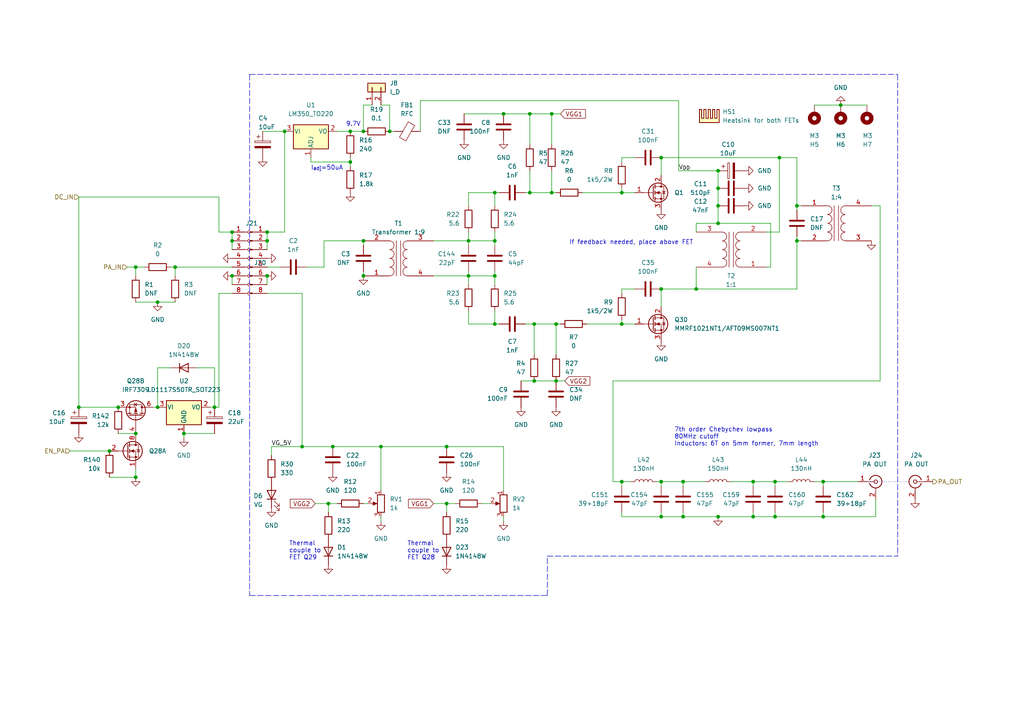
<source format=kicad_sch>
(kicad_sch (version 20211123) (generator eeschema)

  (uuid 23a5678d-f14a-42e0-9e0f-c58ad589532f)

  (paper "A4")

  (title_block
    (title "DART-70 TRX")
    (date "2023-03-09")
    (rev "0")
    (company "HB9EGM")
    (comment 1 "A 4m Band SSB/CW Transceiver")
    (comment 2 "Power Amplifier")
  )

  

  (junction (at 129.54 129.54) (diameter 0) (color 0 0 0 0)
    (uuid 00a9bf31-5693-48ee-843c-84ba7c1825e4)
  )
  (junction (at 67.31 67.31) (diameter 0) (color 0 0 0 0)
    (uuid 018be638-d71c-4d87-b73e-3b122c747273)
  )
  (junction (at 160.02 55.88) (diameter 0) (color 0 0 0 0)
    (uuid 0dc97b2b-98f5-4f81-a4b6-f10781d3b160)
  )
  (junction (at 67.31 69.85) (diameter 0) (color 0 0 0 0)
    (uuid 0f5d58d5-669d-4592-ae44-534ad7e7f3f2)
  )
  (junction (at 191.77 139.7) (diameter 0) (color 0 0 0 0)
    (uuid 1190286f-bc01-45d0-bdda-652501fac563)
  )
  (junction (at 198.12 149.86) (diameter 0) (color 0 0 0 0)
    (uuid 11b9d2e6-81c0-46e2-8e5c-4c9b4a487db1)
  )
  (junction (at 224.79 149.86) (diameter 0) (color 0 0 0 0)
    (uuid 169fe2ba-c49f-4563-b93a-0aa82b0e8f0e)
  )
  (junction (at 201.93 83.82) (diameter 0) (color 0 0 0 0)
    (uuid 1a55edc2-84ce-4698-afd0-ce89a8423090)
  )
  (junction (at 105.41 38.1) (diameter 0) (color 0 0 0 0)
    (uuid 1d61ae6b-82dc-4a56-86ce-44a7fce84cf1)
  )
  (junction (at 231.14 59.69) (diameter 0) (color 0 0 0 0)
    (uuid 201640bb-e925-4d5c-b471-ab56b7f38c54)
  )
  (junction (at 31.75 130.81) (diameter 0) (color 0 0 0 0)
    (uuid 20532f55-6ca5-4db1-8122-d066a5deca97)
  )
  (junction (at 153.67 33.02) (diameter 0) (color 0 0 0 0)
    (uuid 29193f5d-7841-48f5-b586-96cbee5a07d5)
  )
  (junction (at 208.28 149.86) (diameter 0) (color 0 0 0 0)
    (uuid 2944e809-bf47-4b81-b200-121289761ed1)
  )
  (junction (at 39.37 138.43) (diameter 0) (color 0 0 0 0)
    (uuid 29bc49ce-d5f6-4546-b475-0b8d826019c7)
  )
  (junction (at 146.05 33.02) (diameter 0) (color 0 0 0 0)
    (uuid 2ca32adb-9047-4d23-898b-48d94f451fa2)
  )
  (junction (at 180.34 55.88) (diameter 0) (color 0 0 0 0)
    (uuid 349a4eb3-deb0-4994-ba0a-e23a91346992)
  )
  (junction (at 53.34 125.73) (diameter 0) (color 0 0 0 0)
    (uuid 34ad9104-4aec-413d-8c0e-1fe64bf95c79)
  )
  (junction (at 243.84 30.48) (diameter 0) (color 0 0 0 0)
    (uuid 37a9d731-529c-4097-bc66-1496ee02dbe0)
  )
  (junction (at 45.72 118.11) (diameter 0) (color 0 0 0 0)
    (uuid 395bc9b2-3458-4ad4-a468-e0a11f8351a6)
  )
  (junction (at 50.8 77.47) (diameter 0) (color 0 0 0 0)
    (uuid 3bc6f319-45d9-4d92-b709-150dc296e3e3)
  )
  (junction (at 160.02 33.02) (diameter 0) (color 0 0 0 0)
    (uuid 3d76d0aa-ffaf-4e0f-acb3-7daa2c08fd90)
  )
  (junction (at 129.54 146.05) (diameter 0) (color 0 0 0 0)
    (uuid 45343804-2488-4c7a-870d-8b6266de79aa)
  )
  (junction (at 226.06 45.72) (diameter 0) (color 0 0 0 0)
    (uuid 45d25079-49ba-42d3-8214-a17f1366934f)
  )
  (junction (at 191.77 83.82) (diameter 0) (color 0 0 0 0)
    (uuid 46c78ed4-4614-483b-9e27-b81dc59bfb52)
  )
  (junction (at 231.14 69.85) (diameter 0) (color 0 0 0 0)
    (uuid 4865f11e-4bbd-4ae9-98c0-17c1475ebd21)
  )
  (junction (at 143.51 55.88) (diameter 0) (color 0 0 0 0)
    (uuid 4aadce6a-d50b-45f8-a033-dcc4bea52391)
  )
  (junction (at 105.41 80.01) (diameter 0) (color 0 0 0 0)
    (uuid 52218bfd-5195-423d-844f-6feace98a85b)
  )
  (junction (at 180.34 93.98) (diameter 0) (color 0 0 0 0)
    (uuid 65437939-d9c1-47fd-a1ae-2e641394a26e)
  )
  (junction (at 22.86 118.11) (diameter 0) (color 0 0 0 0)
    (uuid 7629175d-ae1a-4764-9a83-e91cb21c21ea)
  )
  (junction (at 95.25 146.05) (diameter 0) (color 0 0 0 0)
    (uuid 770e41a4-5ec0-4019-8763-111e9fe1283d)
  )
  (junction (at 143.51 80.01) (diameter 0) (color 0 0 0 0)
    (uuid 7b948514-a138-4a94-8e43-f8181fa36a07)
  )
  (junction (at 113.03 38.1) (diameter 0) (color 0 0 0 0)
    (uuid 7bc21d1a-16a9-4ef3-a553-9065bc06ee3c)
  )
  (junction (at 154.94 93.98) (diameter 0) (color 0 0 0 0)
    (uuid 7f2796bf-e1d4-4110-8d8b-0ff6bda985a3)
  )
  (junction (at 67.31 80.01) (diameter 0) (color 0 0 0 0)
    (uuid 7f5b2f73-5703-4ef7-b1fa-563f3476def3)
  )
  (junction (at 224.79 139.7) (diameter 0) (color 0 0 0 0)
    (uuid 8402d871-5523-4a16-8c07-99d580102bc0)
  )
  (junction (at 87.63 129.54) (diameter 0) (color 0 0 0 0)
    (uuid 9117f8c0-7c27-49fc-8a32-89061d5b49d9)
  )
  (junction (at 77.47 67.31) (diameter 0) (color 0 0 0 0)
    (uuid 91d168d1-4d25-40ba-ae55-15415c655fcf)
  )
  (junction (at 135.89 80.01) (diameter 0) (color 0 0 0 0)
    (uuid 95c732e9-37db-43be-b499-c30c57b0e1f7)
  )
  (junction (at 45.72 87.63) (diameter 0) (color 0 0 0 0)
    (uuid 95e609b4-aa85-4f15-97bd-4cb457f32c03)
  )
  (junction (at 191.77 45.72) (diameter 0) (color 0 0 0 0)
    (uuid 97552ee1-af94-4c94-b682-b34119d67275)
  )
  (junction (at 218.44 139.7) (diameter 0) (color 0 0 0 0)
    (uuid 995fd178-17d6-4d3e-8acb-8d785bd5fffc)
  )
  (junction (at 208.28 54.61) (diameter 0) (color 0 0 0 0)
    (uuid 9ac767e8-7860-41f7-a6dc-022dbbfe978f)
  )
  (junction (at 143.51 93.98) (diameter 0) (color 0 0 0 0)
    (uuid 9c1a8aa3-6f62-43d5-bf56-ac00d5c99775)
  )
  (junction (at 198.12 139.7) (diameter 0) (color 0 0 0 0)
    (uuid a0407873-4bbd-4776-aa5f-665b3c08936c)
  )
  (junction (at 77.47 80.01) (diameter 0) (color 0 0 0 0)
    (uuid a7a2a279-d40f-4587-bec9-d4d3067b13e5)
  )
  (junction (at 153.67 55.88) (diameter 0) (color 0 0 0 0)
    (uuid aa89c5af-af25-49c1-96f4-06c6ce91f19e)
  )
  (junction (at 101.6 46.99) (diameter 0) (color 0 0 0 0)
    (uuid af091ba7-4a6d-498e-bd0b-14fda6edf260)
  )
  (junction (at 154.94 110.49) (diameter 0) (color 0 0 0 0)
    (uuid ba04cb58-9776-456e-90eb-494c877d5ce7)
  )
  (junction (at 208.28 59.69) (diameter 0) (color 0 0 0 0)
    (uuid ba431773-10fb-4d16-9ba2-eb6fd3c285b4)
  )
  (junction (at 218.44 149.86) (diameter 0) (color 0 0 0 0)
    (uuid bd70a2e0-a82f-4de4-a0fa-3e489255ccd2)
  )
  (junction (at 34.29 118.11) (diameter 0) (color 0 0 0 0)
    (uuid be1784a6-59d6-4cde-9c33-90a6012ea93e)
  )
  (junction (at 191.77 149.86) (diameter 0) (color 0 0 0 0)
    (uuid bfe16a13-83ef-4525-9238-87977c9e0324)
  )
  (junction (at 105.41 69.85) (diameter 0) (color 0 0 0 0)
    (uuid c1812bca-1a73-4f18-9a33-1b204224d02a)
  )
  (junction (at 208.28 64.77) (diameter 0) (color 0 0 0 0)
    (uuid c4c8dc22-30cb-4ab5-9ea7-ce681435a526)
  )
  (junction (at 77.47 69.85) (diameter 0) (color 0 0 0 0)
    (uuid ce5230a8-798d-481b-92d7-62613f234a9f)
  )
  (junction (at 208.28 49.53) (diameter 0) (color 0 0 0 0)
    (uuid ce67e4fa-a993-4a9d-853a-c16f4292267a)
  )
  (junction (at 238.76 149.86) (diameter 0) (color 0 0 0 0)
    (uuid d6aa82f3-1581-4e28-9aa5-df659b8e8178)
  )
  (junction (at 161.29 110.49) (diameter 0) (color 0 0 0 0)
    (uuid da475678-1d3f-412b-b97e-fcd878ddc967)
  )
  (junction (at 82.55 38.1) (diameter 0) (color 0 0 0 0)
    (uuid de4a013d-057c-4526-b3ee-b7119435e384)
  )
  (junction (at 62.23 118.11) (diameter 0) (color 0 0 0 0)
    (uuid deafc291-0fe3-4cfb-914a-c34a72d0d21a)
  )
  (junction (at 39.37 77.47) (diameter 0) (color 0 0 0 0)
    (uuid e09d4217-9b5f-4cf8-8963-de289c5f1d23)
  )
  (junction (at 101.6 38.1) (diameter 0) (color 0 0 0 0)
    (uuid e1ae65fb-5d8e-4707-a860-4099b5b12f92)
  )
  (junction (at 96.52 129.54) (diameter 0) (color 0 0 0 0)
    (uuid e4589850-a03e-4f46-9ea8-63c370df9c6c)
  )
  (junction (at 143.51 69.85) (diameter 0) (color 0 0 0 0)
    (uuid e99cd3cb-eecd-48de-8dac-f3583e9ee5aa)
  )
  (junction (at 180.34 139.7) (diameter 0) (color 0 0 0 0)
    (uuid f1f0fc3f-3df6-42a9-bad0-ae1a97ab3dd1)
  )
  (junction (at 39.37 125.73) (diameter 0) (color 0 0 0 0)
    (uuid f5a60bd5-1c34-47ca-8ecb-aa99fd3fc492)
  )
  (junction (at 238.76 139.7) (diameter 0) (color 0 0 0 0)
    (uuid f95b6c97-e71d-442c-ab28-687f0c1b2ecd)
  )
  (junction (at 161.29 93.98) (diameter 0) (color 0 0 0 0)
    (uuid fa77d425-d7f6-4c77-9f7d-bb18f02e72f6)
  )
  (junction (at 110.49 129.54) (diameter 0) (color 0 0 0 0)
    (uuid fc158e7b-4b67-4dbc-8bc0-b32dabb0353c)
  )
  (junction (at 135.89 69.85) (diameter 0) (color 0 0 0 0)
    (uuid fd4faf0a-37e9-4552-8fd5-5779c63690e1)
  )

  (wire (pts (xy 160.02 41.91) (xy 160.02 33.02))
    (stroke (width 0) (type default) (color 0 0 0 0))
    (uuid 003766df-760d-4945-aead-fd459cf2cc7e)
  )
  (wire (pts (xy 238.76 148.59) (xy 238.76 149.86))
    (stroke (width 0) (type default) (color 0 0 0 0))
    (uuid 00b03189-3640-4f86-a383-2e455c33fb42)
  )
  (wire (pts (xy 191.77 139.7) (xy 198.12 139.7))
    (stroke (width 0) (type default) (color 0 0 0 0))
    (uuid 01303a8c-cc11-400c-8bb1-9c7a6554cd45)
  )
  (wire (pts (xy 153.67 55.88) (xy 153.67 49.53))
    (stroke (width 0) (type default) (color 0 0 0 0))
    (uuid 01cd1a32-53d4-480c-a184-d16eda8ee96e)
  )
  (wire (pts (xy 222.25 67.31) (xy 226.06 67.31))
    (stroke (width 0) (type default) (color 0 0 0 0))
    (uuid 0213fd9f-9172-4644-aa96-b68d556aae75)
  )
  (wire (pts (xy 143.51 67.31) (xy 143.51 69.85))
    (stroke (width 0) (type default) (color 0 0 0 0))
    (uuid 05bd47c1-4917-4b79-bd80-c7e5e8dd13c8)
  )
  (wire (pts (xy 180.34 140.97) (xy 180.34 139.7))
    (stroke (width 0) (type default) (color 0 0 0 0))
    (uuid 05c4acf2-1aea-4e36-a39b-8de69c211c79)
  )
  (wire (pts (xy 93.98 77.47) (xy 93.98 69.85))
    (stroke (width 0) (type default) (color 0 0 0 0))
    (uuid 08da3a2b-c17b-44c3-a933-0280f33f01b4)
  )
  (wire (pts (xy 125.73 69.85) (xy 135.89 69.85))
    (stroke (width 0) (type default) (color 0 0 0 0))
    (uuid 090a5550-aaf0-4baa-93d5-0e07d425691a)
  )
  (wire (pts (xy 135.89 78.74) (xy 135.89 80.01))
    (stroke (width 0) (type default) (color 0 0 0 0))
    (uuid 090e8cfd-ba33-4d7d-9c81-3debb551627b)
  )
  (wire (pts (xy 135.89 82.55) (xy 135.89 80.01))
    (stroke (width 0) (type default) (color 0 0 0 0))
    (uuid 0c403a72-1507-400c-bcf9-bdea8d77da0c)
  )
  (wire (pts (xy 161.29 93.98) (xy 154.94 93.98))
    (stroke (width 0) (type default) (color 0 0 0 0))
    (uuid 0c62e9e2-99ea-4b9f-a93d-d3265a59ccc4)
  )
  (wire (pts (xy 143.51 82.55) (xy 143.51 80.01))
    (stroke (width 0) (type default) (color 0 0 0 0))
    (uuid 0db8d2aa-1710-4582-b3d9-cb71117f3069)
  )
  (polyline (pts (xy 72.39 125.73) (xy 72.39 172.72))
    (stroke (width 0) (type default) (color 0 0 0 0))
    (uuid 0e97a1c7-a3b0-49a1-b55a-a05eb846150e)
  )

  (wire (pts (xy 201.93 77.47) (xy 201.93 83.82))
    (stroke (width 0) (type default) (color 0 0 0 0))
    (uuid 117e449a-10cc-40db-a294-4fa340a9cac0)
  )
  (wire (pts (xy 198.12 148.59) (xy 198.12 149.86))
    (stroke (width 0) (type default) (color 0 0 0 0))
    (uuid 129d98eb-7dcb-4630-a22b-2b23e8fcd745)
  )
  (wire (pts (xy 180.34 83.82) (xy 184.15 83.82))
    (stroke (width 0) (type default) (color 0 0 0 0))
    (uuid 15279dd8-9bd1-48fc-9f70-e7f93e55299a)
  )
  (wire (pts (xy 218.44 148.59) (xy 218.44 149.86))
    (stroke (width 0) (type default) (color 0 0 0 0))
    (uuid 176a64d2-c693-4d78-ab17-fc4d752dc7bf)
  )
  (wire (pts (xy 144.78 55.88) (xy 143.51 55.88))
    (stroke (width 0) (type default) (color 0 0 0 0))
    (uuid 190cb8c5-8a7f-4df3-af19-907585046dea)
  )
  (wire (pts (xy 129.54 146.05) (xy 132.08 146.05))
    (stroke (width 0) (type default) (color 0 0 0 0))
    (uuid 1941097c-3dde-477c-9880-5f4a67beef11)
  )
  (wire (pts (xy 88.9 77.47) (xy 93.98 77.47))
    (stroke (width 0) (type default) (color 0 0 0 0))
    (uuid 1bb0e012-00ba-4f66-98d9-e0c61b08d886)
  )
  (wire (pts (xy 60.96 118.11) (xy 62.23 118.11))
    (stroke (width 0) (type default) (color 0 0 0 0))
    (uuid 1de018d4-5c44-4308-83e7-3cd467a0df2c)
  )
  (wire (pts (xy 191.77 83.82) (xy 201.93 83.82))
    (stroke (width 0) (type default) (color 0 0 0 0))
    (uuid 1e0ac3bd-2032-4a66-a210-cf54c4394e90)
  )
  (polyline (pts (xy 260.35 21.59) (xy 260.35 161.29))
    (stroke (width 0) (type default) (color 0 0 0 0))
    (uuid 1e42598a-f528-4ed6-adc9-5d49f8a54068)
  )

  (wire (pts (xy 160.02 55.88) (xy 161.29 55.88))
    (stroke (width 0) (type default) (color 0 0 0 0))
    (uuid 1fc99f89-a9e3-40d0-a00e-00b942f68fbe)
  )
  (wire (pts (xy 67.31 72.39) (xy 67.31 69.85))
    (stroke (width 0) (type default) (color 0 0 0 0))
    (uuid 20c49d41-bbed-4fd7-871e-c8cda9b70919)
  )
  (wire (pts (xy 238.76 139.7) (xy 248.92 139.7))
    (stroke (width 0) (type default) (color 0 0 0 0))
    (uuid 20e91198-3a81-4bb2-883d-67438d536dfb)
  )
  (wire (pts (xy 180.34 149.86) (xy 180.34 148.59))
    (stroke (width 0) (type default) (color 0 0 0 0))
    (uuid 22495173-2d45-4f6f-9abc-6c550a9ad708)
  )
  (wire (pts (xy 20.32 130.81) (xy 31.75 130.81))
    (stroke (width 0) (type default) (color 0 0 0 0))
    (uuid 244cb991-83cb-471e-802b-24c925680851)
  )
  (wire (pts (xy 146.05 142.24) (xy 146.05 129.54))
    (stroke (width 0) (type default) (color 0 0 0 0))
    (uuid 244ff2bc-70e5-4e35-bfb2-a65f8b5dba01)
  )
  (wire (pts (xy 231.14 68.58) (xy 231.14 69.85))
    (stroke (width 0) (type default) (color 0 0 0 0))
    (uuid 2498ff12-ed26-4ee2-a8eb-6bcc5369ccfa)
  )
  (wire (pts (xy 168.91 55.88) (xy 180.34 55.88))
    (stroke (width 0) (type default) (color 0 0 0 0))
    (uuid 275deabf-8009-409b-b4ac-41d9bed031f8)
  )
  (wire (pts (xy 154.94 110.49) (xy 161.29 110.49))
    (stroke (width 0) (type default) (color 0 0 0 0))
    (uuid 27dce1e3-d97e-42b2-835a-51f963345258)
  )
  (wire (pts (xy 201.93 64.77) (xy 201.93 67.31))
    (stroke (width 0) (type default) (color 0 0 0 0))
    (uuid 287c2405-6913-4715-9df1-ff5ad9edb79a)
  )
  (wire (pts (xy 191.77 148.59) (xy 191.77 149.86))
    (stroke (width 0) (type default) (color 0 0 0 0))
    (uuid 2974f09b-e6b8-4064-b7aa-e536277a9dd1)
  )
  (wire (pts (xy 161.29 110.49) (xy 163.83 110.49))
    (stroke (width 0) (type default) (color 0 0 0 0))
    (uuid 2c9f3b73-c557-4d2a-9dd7-0487ea71ec0e)
  )
  (wire (pts (xy 153.67 41.91) (xy 153.67 33.02))
    (stroke (width 0) (type default) (color 0 0 0 0))
    (uuid 2dbf30dd-74ba-489b-bc21-50743495fd6e)
  )
  (wire (pts (xy 22.86 57.15) (xy 63.5 57.15))
    (stroke (width 0) (type default) (color 0 0 0 0))
    (uuid 2e8ecb35-8132-4c05-95f9-e06ac9dcb906)
  )
  (wire (pts (xy 231.14 59.69) (xy 231.14 60.96))
    (stroke (width 0) (type default) (color 0 0 0 0))
    (uuid 314f8e04-4aa0-4bb5-827d-61a31e51db59)
  )
  (wire (pts (xy 34.29 125.73) (xy 39.37 125.73))
    (stroke (width 0) (type default) (color 0 0 0 0))
    (uuid 326d996d-3cfd-4380-aa75-da9dedb0ddb6)
  )
  (wire (pts (xy 110.49 30.48) (xy 113.03 30.48))
    (stroke (width 0) (type default) (color 0 0 0 0))
    (uuid 32b0485d-44e4-459e-b414-08683522870b)
  )
  (wire (pts (xy 77.47 67.31) (xy 77.47 69.85))
    (stroke (width 0) (type default) (color 0 0 0 0))
    (uuid 32e7b266-8a06-4afa-95ae-6cc7fd2c4682)
  )
  (wire (pts (xy 180.34 54.61) (xy 180.34 55.88))
    (stroke (width 0) (type default) (color 0 0 0 0))
    (uuid 3b137ae9-360e-432b-b9e1-c0db7be18a6f)
  )
  (wire (pts (xy 252.73 59.69) (xy 255.27 59.69))
    (stroke (width 0) (type default) (color 0 0 0 0))
    (uuid 3fa43fd5-1023-4d73-9454-49a58988d36d)
  )
  (wire (pts (xy 196.85 49.53) (xy 208.28 49.53))
    (stroke (width 0) (type default) (color 0 0 0 0))
    (uuid 410150c4-40fc-4943-abc9-82881f5d36d2)
  )
  (wire (pts (xy 198.12 149.86) (xy 191.77 149.86))
    (stroke (width 0) (type default) (color 0 0 0 0))
    (uuid 45d7483e-8114-4f8f-b539-62807589f130)
  )
  (wire (pts (xy 162.56 33.02) (xy 160.02 33.02))
    (stroke (width 0) (type default) (color 0 0 0 0))
    (uuid 46618fa5-0b3e-4206-965f-d2c1fa7fd544)
  )
  (wire (pts (xy 190.5 139.7) (xy 191.77 139.7))
    (stroke (width 0) (type default) (color 0 0 0 0))
    (uuid 46ccb03d-9859-4d39-a84e-de35f474656d)
  )
  (wire (pts (xy 224.79 139.7) (xy 218.44 139.7))
    (stroke (width 0) (type default) (color 0 0 0 0))
    (uuid 47431c99-b3b4-40b7-9c3c-b504fe7f80ad)
  )
  (wire (pts (xy 238.76 139.7) (xy 238.76 140.97))
    (stroke (width 0) (type default) (color 0 0 0 0))
    (uuid 4836d259-bca8-4757-a2e4-0014edd49bee)
  )
  (wire (pts (xy 63.5 57.15) (xy 63.5 67.31))
    (stroke (width 0) (type default) (color 0 0 0 0))
    (uuid 48b545c2-3185-4c66-b1e3-9fd320bb6c0e)
  )
  (wire (pts (xy 39.37 135.89) (xy 39.37 138.43))
    (stroke (width 0) (type default) (color 0 0 0 0))
    (uuid 49117d96-ecd5-4c4c-867f-fba2a373e768)
  )
  (polyline (pts (xy 72.39 172.72) (xy 158.75 172.72))
    (stroke (width 0) (type default) (color 0 0 0 0))
    (uuid 4ae5fbc9-eb99-4e4e-8086-7665b8159a43)
  )

  (wire (pts (xy 135.89 55.88) (xy 143.51 55.88))
    (stroke (width 0) (type default) (color 0 0 0 0))
    (uuid 4c1800c2-8348-464f-9f96-c07e927f3b27)
  )
  (wire (pts (xy 50.8 77.47) (xy 67.31 77.47))
    (stroke (width 0) (type default) (color 0 0 0 0))
    (uuid 4f28f9c8-885b-461f-99ce-9e467196f1b9)
  )
  (wire (pts (xy 135.89 69.85) (xy 135.89 71.12))
    (stroke (width 0) (type default) (color 0 0 0 0))
    (uuid 4f6eb515-be7f-47aa-980d-105f546479e2)
  )
  (wire (pts (xy 143.51 69.85) (xy 135.89 69.85))
    (stroke (width 0) (type default) (color 0 0 0 0))
    (uuid 50a21b5d-899a-44a0-996e-051d02331b9b)
  )
  (wire (pts (xy 36.83 77.47) (xy 39.37 77.47))
    (stroke (width 0) (type default) (color 0 0 0 0))
    (uuid 50ee2088-c749-44b7-9441-ded0f956dbfb)
  )
  (wire (pts (xy 222.25 77.47) (xy 223.52 77.47))
    (stroke (width 0) (type default) (color 0 0 0 0))
    (uuid 517f26e5-18d4-43ac-972a-ba2567992a0c)
  )
  (wire (pts (xy 63.5 118.11) (xy 62.23 118.11))
    (stroke (width 0) (type default) (color 0 0 0 0))
    (uuid 526cf808-e002-43dd-a0e0-44a3396fee16)
  )
  (wire (pts (xy 50.8 80.01) (xy 50.8 77.47))
    (stroke (width 0) (type default) (color 0 0 0 0))
    (uuid 529d787f-495b-411a-9099-24f01e97f4fb)
  )
  (wire (pts (xy 39.37 77.47) (xy 41.91 77.47))
    (stroke (width 0) (type default) (color 0 0 0 0))
    (uuid 54dc5336-21a7-449e-8921-31bd50e0dd34)
  )
  (wire (pts (xy 153.67 33.02) (xy 146.05 33.02))
    (stroke (width 0) (type default) (color 0 0 0 0))
    (uuid 5534ba7b-e05c-441b-ab61-b44786c0cc7f)
  )
  (wire (pts (xy 77.47 85.09) (xy 87.63 85.09))
    (stroke (width 0) (type default) (color 0 0 0 0))
    (uuid 5bc7df61-b1cd-4588-856d-8c6fb4871ca2)
  )
  (wire (pts (xy 90.17 46.99) (xy 101.6 46.99))
    (stroke (width 0) (type default) (color 0 0 0 0))
    (uuid 5d504083-b2cb-4825-8a1c-f090158440ad)
  )
  (wire (pts (xy 62.23 106.68) (xy 57.15 106.68))
    (stroke (width 0) (type default) (color 0 0 0 0))
    (uuid 5dea8c98-c3fa-4feb-b6cc-516656233175)
  )
  (wire (pts (xy 191.77 139.7) (xy 191.77 140.97))
    (stroke (width 0) (type default) (color 0 0 0 0))
    (uuid 5e519133-39e0-4d9c-923a-654d70e785ea)
  )
  (wire (pts (xy 143.51 78.74) (xy 143.51 80.01))
    (stroke (width 0) (type default) (color 0 0 0 0))
    (uuid 5e72ac5c-c90a-41fa-9dba-d1d47974ec35)
  )
  (wire (pts (xy 218.44 149.86) (xy 208.28 149.86))
    (stroke (width 0) (type default) (color 0 0 0 0))
    (uuid 5f190653-6f70-4988-87e8-9b7db66d156d)
  )
  (wire (pts (xy 39.37 138.43) (xy 31.75 138.43))
    (stroke (width 0) (type default) (color 0 0 0 0))
    (uuid 617393ff-8ed2-4078-9ede-235bd1227e24)
  )
  (wire (pts (xy 76.2 38.1) (xy 82.55 38.1))
    (stroke (width 0) (type default) (color 0 0 0 0))
    (uuid 62583d4b-9427-440d-8327-f9d7d21d09cb)
  )
  (wire (pts (xy 77.47 77.47) (xy 81.28 77.47))
    (stroke (width 0) (type default) (color 0 0 0 0))
    (uuid 62c70670-1334-4513-905b-69fd3f256c43)
  )
  (wire (pts (xy 90.17 46.99) (xy 90.17 45.72))
    (stroke (width 0) (type default) (color 0 0 0 0))
    (uuid 63065ccc-6177-47a4-ba4b-dac35da23d54)
  )
  (wire (pts (xy 45.72 87.63) (xy 39.37 87.63))
    (stroke (width 0) (type default) (color 0 0 0 0))
    (uuid 658c1d04-d8a4-4581-8808-91199da32b7a)
  )
  (polyline (pts (xy 158.75 172.72) (xy 158.75 161.29))
    (stroke (width 0) (type default) (color 0 0 0 0))
    (uuid 66b07fde-6cd4-4b98-a500-29e68bc48a26)
  )

  (wire (pts (xy 228.6 139.7) (xy 224.79 139.7))
    (stroke (width 0) (type default) (color 0 0 0 0))
    (uuid 66b2dc35-2265-403a-99d6-443630d9bc0d)
  )
  (wire (pts (xy 97.79 38.1) (xy 101.6 38.1))
    (stroke (width 0) (type default) (color 0 0 0 0))
    (uuid 67b7572b-8850-4da4-abc8-6a9a95c24196)
  )
  (wire (pts (xy 110.49 129.54) (xy 129.54 129.54))
    (stroke (width 0) (type default) (color 0 0 0 0))
    (uuid 69fd6a37-2951-4523-be53-b297b12a3d30)
  )
  (wire (pts (xy 50.8 87.63) (xy 45.72 87.63))
    (stroke (width 0) (type default) (color 0 0 0 0))
    (uuid 6b19a571-91ba-4d1a-8b96-09d23dc9b0fd)
  )
  (wire (pts (xy 129.54 148.59) (xy 129.54 146.05))
    (stroke (width 0) (type default) (color 0 0 0 0))
    (uuid 6d9b2be2-0946-43d9-ae46-71aefe8a5f39)
  )
  (wire (pts (xy 160.02 33.02) (xy 153.67 33.02))
    (stroke (width 0) (type default) (color 0 0 0 0))
    (uuid 6e8528c7-721a-4a9d-91ba-2bed867380fd)
  )
  (wire (pts (xy 93.98 69.85) (xy 105.41 69.85))
    (stroke (width 0) (type default) (color 0 0 0 0))
    (uuid 700aab51-599c-46ef-ab05-ba582df59faf)
  )
  (wire (pts (xy 77.47 67.31) (xy 82.55 67.31))
    (stroke (width 0) (type default) (color 0 0 0 0))
    (uuid 708f55ca-b0b2-4950-ad4c-df6179f30406)
  )
  (wire (pts (xy 208.28 149.86) (xy 198.12 149.86))
    (stroke (width 0) (type default) (color 0 0 0 0))
    (uuid 72a4a520-5e37-46e3-b69d-c3460e9f221c)
  )
  (wire (pts (xy 143.51 55.88) (xy 143.51 59.69))
    (stroke (width 0) (type default) (color 0 0 0 0))
    (uuid 747d6f52-cc08-417b-84fa-68d19b5edf1f)
  )
  (wire (pts (xy 218.44 139.7) (xy 218.44 140.97))
    (stroke (width 0) (type default) (color 0 0 0 0))
    (uuid 74880265-f9ea-4dec-ae40-354f181a1e44)
  )
  (wire (pts (xy 196.85 29.21) (xy 196.85 49.53))
    (stroke (width 0) (type default) (color 0 0 0 0))
    (uuid 7515cca1-e4ed-4308-8959-2cb96cb486bc)
  )
  (wire (pts (xy 113.03 38.1) (xy 113.03 30.48))
    (stroke (width 0) (type default) (color 0 0 0 0))
    (uuid 77391e29-ecc1-42ae-956b-82e3188fdad6)
  )
  (wire (pts (xy 191.77 50.8) (xy 191.77 45.72))
    (stroke (width 0) (type default) (color 0 0 0 0))
    (uuid 786e1d5b-e1c9-4d32-83e4-8256769342db)
  )
  (wire (pts (xy 218.44 139.7) (xy 212.09 139.7))
    (stroke (width 0) (type default) (color 0 0 0 0))
    (uuid 792dcaf8-ca00-40d9-b156-266fa951bd81)
  )
  (wire (pts (xy 143.51 80.01) (xy 135.89 80.01))
    (stroke (width 0) (type default) (color 0 0 0 0))
    (uuid 794dc39d-8571-437d-b869-222991e444b8)
  )
  (wire (pts (xy 110.49 142.24) (xy 110.49 129.54))
    (stroke (width 0) (type default) (color 0 0 0 0))
    (uuid 7b76a79d-41f9-41dc-b73d-561e451cfaf8)
  )
  (wire (pts (xy 95.25 148.59) (xy 95.25 146.05))
    (stroke (width 0) (type default) (color 0 0 0 0))
    (uuid 7b82c39d-7156-424b-89fa-48e5324ac466)
  )
  (wire (pts (xy 161.29 102.87) (xy 161.29 93.98))
    (stroke (width 0) (type default) (color 0 0 0 0))
    (uuid 7cbcca09-f051-4a6a-a573-518f6f3e8480)
  )
  (wire (pts (xy 238.76 149.86) (xy 224.79 149.86))
    (stroke (width 0) (type default) (color 0 0 0 0))
    (uuid 7cdac423-7c51-49f3-8be3-e2a9f7758c95)
  )
  (wire (pts (xy 105.41 78.74) (xy 105.41 80.01))
    (stroke (width 0) (type default) (color 0 0 0 0))
    (uuid 7d681d34-4bc5-4be1-a8cb-4db186ab9108)
  )
  (wire (pts (xy 177.8 110.49) (xy 177.8 139.7))
    (stroke (width 0) (type default) (color 0 0 0 0))
    (uuid 7e4b5443-42d5-428f-a8ff-0fa62039fc20)
  )
  (wire (pts (xy 82.55 38.1) (xy 82.55 67.31))
    (stroke (width 0) (type default) (color 0 0 0 0))
    (uuid 7f503ee2-5760-4fc4-b83b-6c6a12238600)
  )
  (wire (pts (xy 224.79 139.7) (xy 224.79 140.97))
    (stroke (width 0) (type default) (color 0 0 0 0))
    (uuid 7fb6fe3c-7427-4aad-825b-24b65566f507)
  )
  (wire (pts (xy 49.53 77.47) (xy 50.8 77.47))
    (stroke (width 0) (type default) (color 0 0 0 0))
    (uuid 81351d0b-a4b5-4cb4-9ae9-f79698997dc6)
  )
  (wire (pts (xy 135.89 59.69) (xy 135.89 55.88))
    (stroke (width 0) (type default) (color 0 0 0 0))
    (uuid 81640ccb-bb6f-4ca3-80a2-35618e8e087b)
  )
  (wire (pts (xy 67.31 69.85) (xy 67.31 67.31))
    (stroke (width 0) (type default) (color 0 0 0 0))
    (uuid 823ff746-3dfe-4ad2-ae79-b99365815b3b)
  )
  (polyline (pts (xy 72.39 21.59) (xy 260.35 21.59))
    (stroke (width 0) (type default) (color 0 0 0 0))
    (uuid 8398d6da-a6bc-43eb-be8d-a0a5e6cd131a)
  )

  (wire (pts (xy 63.5 67.31) (xy 67.31 67.31))
    (stroke (width 0) (type default) (color 0 0 0 0))
    (uuid 83a62204-8d92-4968-9472-359242aa63b5)
  )
  (wire (pts (xy 113.03 38.1) (xy 114.3 38.1))
    (stroke (width 0) (type default) (color 0 0 0 0))
    (uuid 8662e2bc-5e18-4d27-8e41-16580368082b)
  )
  (wire (pts (xy 151.13 110.49) (xy 154.94 110.49))
    (stroke (width 0) (type default) (color 0 0 0 0))
    (uuid 8ac4c920-c88a-456c-8ad1-b60beb0e620f)
  )
  (wire (pts (xy 243.84 30.48) (xy 251.46 30.48))
    (stroke (width 0) (type default) (color 0 0 0 0))
    (uuid 8cd234e5-8d99-4783-8e6c-debdf540bc71)
  )
  (wire (pts (xy 44.45 118.11) (xy 45.72 118.11))
    (stroke (width 0) (type default) (color 0 0 0 0))
    (uuid 8ce64de9-e53d-4317-9ac8-b1f664a4aabd)
  )
  (wire (pts (xy 87.63 85.09) (xy 87.63 129.54))
    (stroke (width 0) (type default) (color 0 0 0 0))
    (uuid 8ec295a0-e8aa-4d08-9ad2-7e3be5901bb0)
  )
  (wire (pts (xy 146.05 151.13) (xy 146.05 149.86))
    (stroke (width 0) (type default) (color 0 0 0 0))
    (uuid 8f0d94cb-7dce-4f8d-b241-565acfd7242c)
  )
  (wire (pts (xy 135.89 67.31) (xy 135.89 69.85))
    (stroke (width 0) (type default) (color 0 0 0 0))
    (uuid 8f25b4cf-19a6-4cfc-8247-405e6fad837e)
  )
  (wire (pts (xy 53.34 125.73) (xy 62.23 125.73))
    (stroke (width 0) (type default) (color 0 0 0 0))
    (uuid 8fbf2c38-2aff-4578-b034-e4158cdc80fc)
  )
  (wire (pts (xy 49.53 106.68) (xy 45.72 106.68))
    (stroke (width 0) (type default) (color 0 0 0 0))
    (uuid 94cc383e-941c-44b6-80db-8f4ce12601c4)
  )
  (wire (pts (xy 226.06 67.31) (xy 226.06 45.72))
    (stroke (width 0) (type default) (color 0 0 0 0))
    (uuid 961f2f48-5823-4672-9657-6b8a54100496)
  )
  (wire (pts (xy 180.34 92.71) (xy 180.34 93.98))
    (stroke (width 0) (type default) (color 0 0 0 0))
    (uuid 97156354-f4ae-4c61-9b61-c67f6e42daa4)
  )
  (wire (pts (xy 63.5 85.09) (xy 67.31 85.09))
    (stroke (width 0) (type default) (color 0 0 0 0))
    (uuid 97d7e6e9-0043-4e91-9baa-8fec2b65798f)
  )
  (wire (pts (xy 191.77 45.72) (xy 226.06 45.72))
    (stroke (width 0) (type default) (color 0 0 0 0))
    (uuid 98c89916-5912-4fa7-a8c4-45d1f47b949d)
  )
  (wire (pts (xy 255.27 110.49) (xy 177.8 110.49))
    (stroke (width 0) (type default) (color 0 0 0 0))
    (uuid 9a340e87-d305-43ce-9f87-636252cba83b)
  )
  (wire (pts (xy 45.72 106.68) (xy 45.72 118.11))
    (stroke (width 0) (type default) (color 0 0 0 0))
    (uuid 9c129c34-7c77-4e57-ba76-689d0a71870d)
  )
  (wire (pts (xy 63.5 85.09) (xy 63.5 118.11))
    (stroke (width 0) (type default) (color 0 0 0 0))
    (uuid 9c5b4ad7-76e8-40c4-8007-a8a8969bf371)
  )
  (wire (pts (xy 139.7 146.05) (xy 142.24 146.05))
    (stroke (width 0) (type default) (color 0 0 0 0))
    (uuid 9d368343-4950-4d34-b3a3-3301f02614b2)
  )
  (wire (pts (xy 95.25 146.05) (xy 91.44 146.05))
    (stroke (width 0) (type default) (color 0 0 0 0))
    (uuid 9ff1d0a3-4bda-4084-8c92-d9a3e9bd2097)
  )
  (wire (pts (xy 254 144.78) (xy 254 149.86))
    (stroke (width 0) (type default) (color 0 0 0 0))
    (uuid a03d083a-86d3-43fa-a5db-2ecd32926435)
  )
  (wire (pts (xy 180.34 45.72) (xy 184.15 45.72))
    (stroke (width 0) (type default) (color 0 0 0 0))
    (uuid a1a0fa87-9518-4e3a-8b85-983034295cf2)
  )
  (wire (pts (xy 143.51 71.12) (xy 143.51 69.85))
    (stroke (width 0) (type default) (color 0 0 0 0))
    (uuid a29c2a38-dbda-4d2b-b1e1-eb2b3491457e)
  )
  (wire (pts (xy 101.6 48.26) (xy 101.6 46.99))
    (stroke (width 0) (type default) (color 0 0 0 0))
    (uuid a2e25017-5257-4f53-9d03-d7f687ab6c0f)
  )
  (wire (pts (xy 255.27 59.69) (xy 255.27 110.49))
    (stroke (width 0) (type default) (color 0 0 0 0))
    (uuid a2e5b691-f77a-4583-8bea-441c4d2ce60e)
  )
  (wire (pts (xy 101.6 46.99) (xy 101.6 45.72))
    (stroke (width 0) (type default) (color 0 0 0 0))
    (uuid a329349b-ba39-4ef8-9a28-50bd5ac5c6d5)
  )
  (wire (pts (xy 135.89 93.98) (xy 135.89 90.17))
    (stroke (width 0) (type default) (color 0 0 0 0))
    (uuid a4b27e52-de6a-4049-9cca-f9f30d85d7f1)
  )
  (wire (pts (xy 77.47 69.85) (xy 77.47 72.39))
    (stroke (width 0) (type default) (color 0 0 0 0))
    (uuid a5d1d492-dfa3-4faa-882c-a328491eb033)
  )
  (wire (pts (xy 110.49 151.13) (xy 110.49 149.86))
    (stroke (width 0) (type default) (color 0 0 0 0))
    (uuid a6a1a43f-a88e-41c8-b880-7c537750051f)
  )
  (wire (pts (xy 180.34 55.88) (xy 184.15 55.88))
    (stroke (width 0) (type default) (color 0 0 0 0))
    (uuid aa29402a-e28d-4e6a-a91c-d53faac46ef5)
  )
  (wire (pts (xy 208.28 49.53) (xy 208.28 54.61))
    (stroke (width 0) (type default) (color 0 0 0 0))
    (uuid aaf3c0ed-76db-49b3-85a5-1a6f92e1d0b1)
  )
  (wire (pts (xy 231.14 69.85) (xy 232.41 69.85))
    (stroke (width 0) (type default) (color 0 0 0 0))
    (uuid ab60541a-70a7-4147-8087-07866b7f21be)
  )
  (wire (pts (xy 198.12 139.7) (xy 204.47 139.7))
    (stroke (width 0) (type default) (color 0 0 0 0))
    (uuid ad235f51-b06e-4d02-80dc-3c5ef34c01f0)
  )
  (wire (pts (xy 97.79 146.05) (xy 95.25 146.05))
    (stroke (width 0) (type default) (color 0 0 0 0))
    (uuid ad3a2dc9-0a41-421d-b005-d9e9940696fd)
  )
  (wire (pts (xy 180.34 93.98) (xy 184.15 93.98))
    (stroke (width 0) (type default) (color 0 0 0 0))
    (uuid aeaba250-61f2-4452-945f-e177f41b342c)
  )
  (wire (pts (xy 53.34 127) (xy 53.34 125.73))
    (stroke (width 0) (type default) (color 0 0 0 0))
    (uuid afd000de-1f79-43c7-805a-97033c02476f)
  )
  (wire (pts (xy 77.47 80.01) (xy 77.47 82.55))
    (stroke (width 0) (type default) (color 0 0 0 0))
    (uuid b0638642-906d-4721-afc4-2e70a0961498)
  )
  (wire (pts (xy 39.37 80.01) (xy 39.37 77.47))
    (stroke (width 0) (type default) (color 0 0 0 0))
    (uuid b17770b4-75d1-43d7-a9ee-47c7f821b104)
  )
  (wire (pts (xy 121.92 38.1) (xy 121.92 29.21))
    (stroke (width 0) (type default) (color 0 0 0 0))
    (uuid b269d51b-2f1d-42a9-ba9b-a602d888ef4b)
  )
  (wire (pts (xy 125.73 146.05) (xy 129.54 146.05))
    (stroke (width 0) (type default) (color 0 0 0 0))
    (uuid b3a9f299-9137-4c0e-8d78-b8c51677a919)
  )
  (wire (pts (xy 191.77 83.82) (xy 191.77 88.9))
    (stroke (width 0) (type default) (color 0 0 0 0))
    (uuid b4a67bed-e0d0-4a2b-ad95-50263ae29794)
  )
  (wire (pts (xy 153.67 55.88) (xy 160.02 55.88))
    (stroke (width 0) (type default) (color 0 0 0 0))
    (uuid b6024484-8c2a-42f3-977d-891690fbe6a6)
  )
  (wire (pts (xy 223.52 77.47) (xy 223.52 64.77))
    (stroke (width 0) (type default) (color 0 0 0 0))
    (uuid b6405e62-fe69-4e5e-bf39-a12d7be9fb00)
  )
  (wire (pts (xy 78.74 132.08) (xy 78.74 129.54))
    (stroke (width 0) (type default) (color 0 0 0 0))
    (uuid b808564d-4d59-4c8d-8645-9f64fee897ea)
  )
  (wire (pts (xy 154.94 102.87) (xy 154.94 93.98))
    (stroke (width 0) (type default) (color 0 0 0 0))
    (uuid bb75cd77-e810-43bd-b155-da62e8c644f7)
  )
  (wire (pts (xy 101.6 38.1) (xy 105.41 38.1))
    (stroke (width 0) (type default) (color 0 0 0 0))
    (uuid bec0ce44-3d2b-4c79-b5e8-74a5b945c66e)
  )
  (wire (pts (xy 22.86 57.15) (xy 22.86 118.11))
    (stroke (width 0) (type default) (color 0 0 0 0))
    (uuid bf7659ed-bc9f-491b-accb-3db8abf0f82a)
  )
  (wire (pts (xy 231.14 59.69) (xy 231.14 45.72))
    (stroke (width 0) (type default) (color 0 0 0 0))
    (uuid c136cc08-0a30-42be-ac73-b57040aa3d8f)
  )
  (wire (pts (xy 223.52 64.77) (xy 208.28 64.77))
    (stroke (width 0) (type default) (color 0 0 0 0))
    (uuid c45cd4a9-6d57-419f-b7e4-f2f6398e66f1)
  )
  (wire (pts (xy 254 149.86) (xy 238.76 149.86))
    (stroke (width 0) (type default) (color 0 0 0 0))
    (uuid c7401b61-6bdc-4e54-9145-3259d391c0b4)
  )
  (wire (pts (xy 198.12 140.97) (xy 198.12 139.7))
    (stroke (width 0) (type default) (color 0 0 0 0))
    (uuid c798b8fa-0a55-4e06-bca6-bad2d53d105b)
  )
  (wire (pts (xy 154.94 93.98) (xy 152.4 93.98))
    (stroke (width 0) (type default) (color 0 0 0 0))
    (uuid c9c94256-b0e2-41d0-a6ac-8d3574e6f0f9)
  )
  (wire (pts (xy 87.63 129.54) (xy 96.52 129.54))
    (stroke (width 0) (type default) (color 0 0 0 0))
    (uuid cad596e5-4e33-4e48-b52a-041b51bac332)
  )
  (wire (pts (xy 162.56 93.98) (xy 161.29 93.98))
    (stroke (width 0) (type default) (color 0 0 0 0))
    (uuid caef4be8-1584-43bd-a128-f71411000238)
  )
  (polyline (pts (xy 158.75 161.29) (xy 260.35 161.29))
    (stroke (width 0) (type default) (color 0 0 0 0))
    (uuid cb92ffa3-9da8-4c51-bf02-e9c5d63c50e0)
  )
  (polyline (pts (xy 72.39 21.59) (xy 72.39 125.73))
    (stroke (width 0) (type default) (color 0 0 0 0))
    (uuid cbf11394-fc96-4418-a6f6-f186e5712833)
  )

  (wire (pts (xy 22.86 118.11) (xy 34.29 118.11))
    (stroke (width 0) (type default) (color 0 0 0 0))
    (uuid ccfed1e0-71a4-467e-9f13-8aea53138931)
  )
  (wire (pts (xy 231.14 83.82) (xy 231.14 69.85))
    (stroke (width 0) (type default) (color 0 0 0 0))
    (uuid cd52488a-d219-462f-b0e3-ccadbd95d7a3)
  )
  (wire (pts (xy 177.8 139.7) (xy 180.34 139.7))
    (stroke (width 0) (type default) (color 0 0 0 0))
    (uuid cf78fe5b-3e94-4ad8-98dc-aa354be3ba69)
  )
  (wire (pts (xy 67.31 80.01) (xy 67.31 82.55))
    (stroke (width 0) (type default) (color 0 0 0 0))
    (uuid d22591ff-4bc4-4bab-86b2-5aa2c3322f5b)
  )
  (wire (pts (xy 201.93 83.82) (xy 231.14 83.82))
    (stroke (width 0) (type default) (color 0 0 0 0))
    (uuid d5901386-2638-4771-9120-9bae0ea1e701)
  )
  (wire (pts (xy 231.14 45.72) (xy 226.06 45.72))
    (stroke (width 0) (type default) (color 0 0 0 0))
    (uuid d5c041fb-58ed-4fe2-ba76-b14c47c5e638)
  )
  (wire (pts (xy 146.05 129.54) (xy 129.54 129.54))
    (stroke (width 0) (type default) (color 0 0 0 0))
    (uuid d65fb050-444d-460f-8812-814e9728db7c)
  )
  (wire (pts (xy 236.22 30.48) (xy 243.84 30.48))
    (stroke (width 0) (type default) (color 0 0 0 0))
    (uuid d8b75ab7-d5b7-4174-ae95-3b40683aba30)
  )
  (wire (pts (xy 224.79 148.59) (xy 224.79 149.86))
    (stroke (width 0) (type default) (color 0 0 0 0))
    (uuid d9f31086-35f1-4238-8b8f-fbe8c3cf4e17)
  )
  (wire (pts (xy 143.51 93.98) (xy 143.51 90.17))
    (stroke (width 0) (type default) (color 0 0 0 0))
    (uuid db96ec06-0704-4dfc-a4da-5507475f2a35)
  )
  (wire (pts (xy 110.49 129.54) (xy 96.52 129.54))
    (stroke (width 0) (type default) (color 0 0 0 0))
    (uuid dbe83ea4-45e0-4bf5-9404-ff48adb100fe)
  )
  (wire (pts (xy 224.79 149.86) (xy 218.44 149.86))
    (stroke (width 0) (type default) (color 0 0 0 0))
    (uuid dc3e3a90-5f51-493f-a1b3-6437545baa5a)
  )
  (wire (pts (xy 105.41 71.12) (xy 105.41 69.85))
    (stroke (width 0) (type default) (color 0 0 0 0))
    (uuid dc89d2df-0ae3-4da8-9650-c4dae9eb3248)
  )
  (wire (pts (xy 105.41 146.05) (xy 106.68 146.05))
    (stroke (width 0) (type default) (color 0 0 0 0))
    (uuid de12bceb-6ef7-4510-83cb-3587e87fcec3)
  )
  (wire (pts (xy 180.34 45.72) (xy 180.34 46.99))
    (stroke (width 0) (type default) (color 0 0 0 0))
    (uuid e1ba6fe0-3dfd-4cea-9ef8-13fa7ab7b4bb)
  )
  (wire (pts (xy 125.73 80.01) (xy 135.89 80.01))
    (stroke (width 0) (type default) (color 0 0 0 0))
    (uuid e49fb271-6b54-4a26-8de3-46df0d1b3a67)
  )
  (wire (pts (xy 180.34 83.82) (xy 180.34 85.09))
    (stroke (width 0) (type default) (color 0 0 0 0))
    (uuid e4bc9b49-8332-408c-879e-7bc639399e66)
  )
  (wire (pts (xy 236.22 139.7) (xy 238.76 139.7))
    (stroke (width 0) (type default) (color 0 0 0 0))
    (uuid e4ffaea3-f841-4e23-b5df-039dd68d9ff7)
  )
  (wire (pts (xy 170.18 93.98) (xy 180.34 93.98))
    (stroke (width 0) (type default) (color 0 0 0 0))
    (uuid e599fe9e-93e0-4a2e-8cdb-286327a202aa)
  )
  (wire (pts (xy 62.23 118.11) (xy 62.23 106.68))
    (stroke (width 0) (type default) (color 0 0 0 0))
    (uuid e906d0d5-7bcc-4dca-8607-8559a05c5ecd)
  )
  (wire (pts (xy 180.34 139.7) (xy 182.88 139.7))
    (stroke (width 0) (type default) (color 0 0 0 0))
    (uuid edb3996d-de3b-45fc-8f66-60d724634e5a)
  )
  (wire (pts (xy 232.41 59.69) (xy 231.14 59.69))
    (stroke (width 0) (type default) (color 0 0 0 0))
    (uuid ee164115-ad65-4b45-a48c-085a9d2c75a1)
  )
  (wire (pts (xy 160.02 49.53) (xy 160.02 55.88))
    (stroke (width 0) (type default) (color 0 0 0 0))
    (uuid f2415f15-51b3-42d4-a928-3db331755731)
  )
  (wire (pts (xy 208.28 54.61) (xy 208.28 59.69))
    (stroke (width 0) (type default) (color 0 0 0 0))
    (uuid f2549e2d-1edd-445c-80d8-69d6f29e517c)
  )
  (wire (pts (xy 78.74 129.54) (xy 87.63 129.54))
    (stroke (width 0) (type default) (color 0 0 0 0))
    (uuid f268889d-15b0-46e3-a5d2-7fcc58510960)
  )
  (polyline (pts (xy 262.89 139.7) (xy 251.46 139.7))
    (stroke (width 0) (type dot) (color 0 0 0 0))
    (uuid f2f2a7bf-a103-4999-834f-e6a8711b8e0d)
  )

  (wire (pts (xy 107.95 30.48) (xy 105.41 30.48))
    (stroke (width 0) (type default) (color 0 0 0 0))
    (uuid f31bc184-4929-403a-80dc-b79e361090d3)
  )
  (wire (pts (xy 144.78 93.98) (xy 143.51 93.98))
    (stroke (width 0) (type default) (color 0 0 0 0))
    (uuid f3bd94cf-2433-4a0e-ba88-da52a1db3c85)
  )
  (wire (pts (xy 143.51 93.98) (xy 135.89 93.98))
    (stroke (width 0) (type default) (color 0 0 0 0))
    (uuid f3d0c01f-d3b6-4682-aa4e-aaf54aa3d304)
  )
  (wire (pts (xy 208.28 59.69) (xy 208.28 64.77))
    (stroke (width 0) (type default) (color 0 0 0 0))
    (uuid f434c152-41d2-46ec-9067-6b182cbde5bc)
  )
  (wire (pts (xy 105.41 30.48) (xy 105.41 38.1))
    (stroke (width 0) (type default) (color 0 0 0 0))
    (uuid f54a43e9-314a-4866-a91e-2ec5ff59795c)
  )
  (wire (pts (xy 208.28 64.77) (xy 201.93 64.77))
    (stroke (width 0) (type default) (color 0 0 0 0))
    (uuid f62c7ba9-26e6-4b11-812a-ca5a8885f568)
  )
  (wire (pts (xy 191.77 149.86) (xy 180.34 149.86))
    (stroke (width 0) (type default) (color 0 0 0 0))
    (uuid f7a93800-213b-4e5f-a19e-fe7ebff506a4)
  )
  (wire (pts (xy 152.4 55.88) (xy 153.67 55.88))
    (stroke (width 0) (type default) (color 0 0 0 0))
    (uuid fbdd5f89-ac2a-4b54-89ba-ad3e5a137148)
  )
  (wire (pts (xy 134.62 33.02) (xy 146.05 33.02))
    (stroke (width 0) (type default) (color 0 0 0 0))
    (uuid fca9dbc2-7e9d-4cec-9bbc-6b0dec1ddb9b)
  )
  (wire (pts (xy 121.92 29.21) (xy 196.85 29.21))
    (stroke (width 0) (type default) (color 0 0 0 0))
    (uuid fdbb4031-d6b2-4433-b46c-0bb6b95ccda2)
  )

  (text "Thermal\ncouple to\nFET Q29" (at 83.82 162.56 0)
    (effects (font (size 1.27 1.27)) (justify left bottom))
    (uuid 4232657e-645a-4a13-9977-ada50031ee47)
  )
  (text "If feedback needed, place above FET" (at 165.1 71.12 0)
    (effects (font (size 1.27 1.27)) (justify left bottom))
    (uuid 4bc8df9b-c803-4c4a-8bbb-87401557f878)
  )
  (text "9.7V" (at 100.33 36.83 0)
    (effects (font (size 1.27 1.27)) (justify left bottom))
    (uuid 7d335926-7fd8-415d-8caa-3060b628cfdc)
  )
  (text "Thermal\ncouple to\nFET Q28" (at 118.11 162.56 0)
    (effects (font (size 1.27 1.27)) (justify left bottom))
    (uuid 8db3bcbc-48db-441d-944b-3b4c9f5f435f)
  )
  (text "I_{adj}=50uA" (at 90.17 49.53 0)
    (effects (font (size 1.27 1.27)) (justify left bottom))
    (uuid b260a4ab-459d-4dc1-a9ee-ef2c3af17abd)
  )
  (text "7th order Chebychev lowpass\n80MHz cutoff\nInductors: 6T on 5mm former, 7mm length"
    (at 195.58 129.54 0)
    (effects (font (size 1.27 1.27)) (justify left bottom))
    (uuid cceb5067-9e99-4f55-8885-a39556c8fc05)
  )

  (label "VG_5V" (at 78.74 129.54 0)
    (effects (font (size 1.27 1.27)) (justify left bottom))
    (uuid 2df9bdbc-e27a-41be-93ce-5e67908965ef)
  )
  (label "V_{DD}" (at 196.85 49.53 0)
    (effects (font (size 1.27 1.27)) (justify left bottom))
    (uuid ff6f11b9-55da-455b-a74e-83e04302aa70)
  )

  (global_label "VGG2" (shape input) (at 163.83 110.49 0) (fields_autoplaced)
    (effects (font (size 1.27 1.27)) (justify left))
    (uuid 22c10e3a-cb4b-4b79-a36a-177ef5623ae4)
    (property "Intersheet References" "${INTERSHEET_REFS}" (id 0) (at 171.0812 110.4106 0)
      (effects (font (size 1.27 1.27)) (justify left) hide)
    )
  )
  (global_label "VGG1" (shape input) (at 162.56 33.02 0) (fields_autoplaced)
    (effects (font (size 1.27 1.27)) (justify left))
    (uuid 98f3d109-18e9-438f-a7e4-2ea4c51eaff2)
    (property "Intersheet References" "${INTERSHEET_REFS}" (id 0) (at 169.8112 32.9406 0)
      (effects (font (size 1.27 1.27)) (justify left) hide)
    )
  )
  (global_label "VGG2" (shape input) (at 91.44 146.05 180) (fields_autoplaced)
    (effects (font (size 1.27 1.27)) (justify right))
    (uuid 9ba3ca89-57a7-4191-b28d-3353c4f09f51)
    (property "Intersheet References" "${INTERSHEET_REFS}" (id 0) (at 84.1888 145.9706 0)
      (effects (font (size 1.27 1.27)) (justify right) hide)
    )
  )
  (global_label "VGG1" (shape input) (at 125.73 146.05 180) (fields_autoplaced)
    (effects (font (size 1.27 1.27)) (justify right))
    (uuid f3db337a-e60f-4892-8801-061e5ccbb092)
    (property "Intersheet References" "${INTERSHEET_REFS}" (id 0) (at 118.4788 145.9706 0)
      (effects (font (size 1.27 1.27)) (justify right) hide)
    )
  )

  (hierarchical_label "EN_PA" (shape input) (at 20.32 130.81 180)
    (effects (font (size 1.27 1.27)) (justify right))
    (uuid 54920291-e458-4bff-862c-d8311f99297a)
  )
  (hierarchical_label "PA_OUT" (shape output) (at 270.51 139.7 0)
    (effects (font (size 1.27 1.27)) (justify left))
    (uuid ae6a0f34-c857-407c-b4b9-c842ee582dec)
  )
  (hierarchical_label "DC_IN" (shape input) (at 22.86 57.15 180)
    (effects (font (size 1.27 1.27)) (justify right))
    (uuid bfe479bf-766d-410c-b2e7-4b586ffd685f)
  )
  (hierarchical_label "PA_IN" (shape input) (at 36.83 77.47 180)
    (effects (font (size 1.27 1.27)) (justify right))
    (uuid e0dcb6c9-ad38-4b82-bff1-8602f1d8af1e)
  )

  (symbol (lib_id "Device:R") (at 95.25 152.4 0) (unit 1)
    (in_bom yes) (on_board yes) (fields_autoplaced)
    (uuid 00000000-0000-0000-0000-00005fb98820)
    (property "Reference" "R145" (id 0) (at 97.79 151.1299 0)
      (effects (font (size 1.27 1.27)) (justify left))
    )
    (property "Value" "220" (id 1) (at 97.79 153.6699 0)
      (effects (font (size 1.27 1.27)) (justify left))
    )
    (property "Footprint" "Resistor_SMD:R_0603_1608Metric_Pad0.98x0.95mm_HandSolder" (id 2) (at 93.472 152.4 90)
      (effects (font (size 1.27 1.27)) hide)
    )
    (property "Datasheet" "~" (id 3) (at 95.25 152.4 0)
      (effects (font (size 1.27 1.27)) hide)
    )
    (property "Need_order" "0" (id 4) (at 95.25 152.4 0)
      (effects (font (size 1.27 1.27)) hide)
    )
    (pin "1" (uuid 5bc7de51-49ea-4e36-a74c-cfc49c0c0aba))
    (pin "2" (uuid 77613717-75b7-47aa-8c0f-ce430e3ad08e))
  )

  (symbol (lib_id "Device:Transformer_1P_1S") (at 242.57 64.77 0) (unit 1)
    (in_bom yes) (on_board yes) (fields_autoplaced)
    (uuid 00000000-0000-0000-0000-00005fba31d6)
    (property "Reference" "T9" (id 0) (at 242.5827 54.61 0))
    (property "Value" "1:4" (id 1) (at 242.5827 57.15 0))
    (property "Footprint" "mpb:four_4mm_pads_narrow" (id 2) (at 242.57 64.77 0)
      (effects (font (size 1.27 1.27)) hide)
    )
    (property "Datasheet" "~" (id 3) (at 242.57 64.77 0)
      (effects (font (size 1.27 1.27)) hide)
    )
    (property "Need_order" "0" (id 4) (at 242.57 64.77 0)
      (effects (font (size 1.27 1.27)) hide)
    )
    (pin "1" (uuid 48d8603e-edbd-4546-af29-4d55dc17ebda))
    (pin "2" (uuid 2a4c3786-4acc-4147-a6a6-31fbe21191cc))
    (pin "3" (uuid b706431a-53df-4044-b5cb-eab9c4153189))
    (pin "4" (uuid 210dcbff-26d1-4572-85b2-49b811be475c))
  )

  (symbol (lib_id "Device:C") (at 231.14 64.77 180) (unit 1)
    (in_bom yes) (on_board yes) (fields_autoplaced)
    (uuid 00000000-0000-0000-0000-00005fbe8d8f)
    (property "Reference" "C161" (id 0) (at 234.95 63.4999 0)
      (effects (font (size 1.27 1.27)) (justify right))
    )
    (property "Value" "DNF" (id 1) (at 234.95 66.0399 0)
      (effects (font (size 1.27 1.27)) (justify right))
    )
    (property "Footprint" "mpb:two_2mm_pads" (id 2) (at 230.1748 60.96 0)
      (effects (font (size 1.27 1.27)) hide)
    )
    (property "Datasheet" "~" (id 3) (at 231.14 64.77 0)
      (effects (font (size 1.27 1.27)) hide)
    )
    (property "Need_order" "0" (id 4) (at 231.14 64.77 0)
      (effects (font (size 1.27 1.27)) hide)
    )
    (pin "1" (uuid 42deeaaa-fd78-4b71-bc78-9810d27f1ceb))
    (pin "2" (uuid 0bd209fd-53c1-48fa-b1d2-a99fcc6a38aa))
  )

  (symbol (lib_id "Device:C") (at 85.09 77.47 270) (unit 1)
    (in_bom yes) (on_board yes) (fields_autoplaced)
    (uuid 00000000-0000-0000-0000-00005fbf9029)
    (property "Reference" "C139" (id 0) (at 85.09 69.85 90))
    (property "Value" "1nF" (id 1) (at 85.09 72.39 90))
    (property "Footprint" "Capacitor_SMD:C_0805_2012Metric_Pad1.18x1.45mm_HandSolder" (id 2) (at 81.28 78.4352 0)
      (effects (font (size 1.27 1.27)) hide)
    )
    (property "Datasheet" "~" (id 3) (at 85.09 77.47 0)
      (effects (font (size 1.27 1.27)) hide)
    )
    (property "MPN" "885612007040/VJ0805A102GXXPW1BC" (id 4) (at 85.09 77.47 90)
      (effects (font (size 1.27 1.27)) hide)
    )
    (property "Need_order" "0" (id 5) (at 85.09 77.47 0)
      (effects (font (size 1.27 1.27)) hide)
    )
    (pin "1" (uuid eb3aabcd-c3ee-449f-a3d6-b1c5af0621b3))
    (pin "2" (uuid 10b6cec8-986e-468e-8336-4f27bb781af0))
  )

  (symbol (lib_id "Device:R_Potentiometer") (at 110.49 146.05 0) (mirror y) (unit 1)
    (in_bom yes) (on_board yes) (fields_autoplaced)
    (uuid 00000000-0000-0000-0000-00005fc0b080)
    (property "Reference" "RV5" (id 0) (at 113.03 144.7799 0)
      (effects (font (size 1.27 1.27)) (justify right))
    )
    (property "Value" "1k" (id 1) (at 113.03 147.3199 0)
      (effects (font (size 1.27 1.27)) (justify right))
    )
    (property "Footprint" "Potentiometer_SMD:Potentiometer_Bourns_3214W_Vertical" (id 2) (at 110.49 146.05 0)
      (effects (font (size 1.27 1.27)) hide)
    )
    (property "Datasheet" "~" (id 3) (at 110.49 146.05 0)
      (effects (font (size 1.27 1.27)) hide)
    )
    (property "MPN" "Bourns 3214W-1-102E" (id 4) (at 110.49 146.05 0)
      (effects (font (size 1.27 1.27)) hide)
    )
    (property "Need_order" "0" (id 5) (at 110.49 146.05 0)
      (effects (font (size 1.27 1.27)) hide)
    )
    (pin "1" (uuid 342fb3d5-569c-45a7-95c0-82ad1024c68a))
    (pin "2" (uuid 46b1b549-52cd-4098-83ee-2dc3312e5ee4))
    (pin "3" (uuid dfb5916a-7da9-4db6-8de2-09ac4e97baf3))
  )

  (symbol (lib_id "Device:C") (at 96.52 133.35 180) (unit 1)
    (in_bom yes) (on_board yes) (fields_autoplaced)
    (uuid 00000000-0000-0000-0000-00005fc0c38a)
    (property "Reference" "C140" (id 0) (at 100.33 132.0799 0)
      (effects (font (size 1.27 1.27)) (justify right))
    )
    (property "Value" "0.1uF" (id 1) (at 100.33 134.6199 0)
      (effects (font (size 1.27 1.27)) (justify right))
    )
    (property "Footprint" "Capacitor_SMD:C_0603_1608Metric_Pad1.08x0.95mm_HandSolder" (id 2) (at 95.5548 129.54 0)
      (effects (font (size 1.27 1.27)) hide)
    )
    (property "Datasheet" "~" (id 3) (at 96.52 133.35 0)
      (effects (font (size 1.27 1.27)) hide)
    )
    (property "MPN" "GRM188R71H104KA93D" (id 4) (at 96.52 133.35 90)
      (effects (font (size 1.27 1.27)) hide)
    )
    (property "Need_order" "0" (id 5) (at 96.52 133.35 0)
      (effects (font (size 1.27 1.27)) hide)
    )
    (pin "1" (uuid e4637037-0764-46ca-aed1-95e0e12ed0e9))
    (pin "2" (uuid efc4d072-512d-45f4-bd0d-ced77162fffa))
  )

  (symbol (lib_id "power:GND") (at 96.52 137.16 0) (unit 1)
    (in_bom yes) (on_board yes) (fields_autoplaced)
    (uuid 00000000-0000-0000-0000-00005fc0c842)
    (property "Reference" "#PWR0184" (id 0) (at 96.52 143.51 0)
      (effects (font (size 1.27 1.27)) hide)
    )
    (property "Value" "GND" (id 1) (at 96.52 142.24 0))
    (property "Footprint" "" (id 2) (at 96.52 137.16 0)
      (effects (font (size 1.27 1.27)) hide)
    )
    (property "Datasheet" "" (id 3) (at 96.52 137.16 0)
      (effects (font (size 1.27 1.27)) hide)
    )
    (pin "1" (uuid 669df1b0-cff4-42db-bf62-06782cd9b3a0))
  )

  (symbol (lib_id "Diode:1N4148W") (at 95.25 160.02 90) (unit 1)
    (in_bom yes) (on_board yes) (fields_autoplaced)
    (uuid 00000000-0000-0000-0000-00005fc3bc84)
    (property "Reference" "D22" (id 0) (at 97.79 158.7499 90)
      (effects (font (size 1.27 1.27)) (justify right))
    )
    (property "Value" "1N4148W" (id 1) (at 97.79 161.2899 90)
      (effects (font (size 1.27 1.27)) (justify right))
    )
    (property "Footprint" "Diode_SMD:D_SOD-123F" (id 2) (at 99.695 160.02 0)
      (effects (font (size 1.27 1.27)) hide)
    )
    (property "Datasheet" "/home/bram/Sync/Doc/Datasheet/1N4148W-7-F.pdf" (id 3) (at 95.25 160.02 0)
      (effects (font (size 1.27 1.27)) hide)
    )
    (property "MPN" "" (id 4) (at 95.25 160.02 0)
      (effects (font (size 1.27 1.27)) hide)
    )
    (property "Need_order" "0" (id 5) (at 95.25 160.02 0)
      (effects (font (size 1.27 1.27)) hide)
    )
    (pin "1" (uuid 1503c28f-97cb-4d42-9e1f-1a08eab918c4))
    (pin "2" (uuid d99afa5f-963b-4c4d-b997-7af28d20fedc))
  )

  (symbol (lib_id "power:GND") (at 95.25 163.83 0) (unit 1)
    (in_bom yes) (on_board yes) (fields_autoplaced)
    (uuid 00000000-0000-0000-0000-00005fc41f55)
    (property "Reference" "#PWR0183" (id 0) (at 95.25 170.18 0)
      (effects (font (size 1.27 1.27)) hide)
    )
    (property "Value" "GND" (id 1) (at 95.377 168.2242 0)
      (effects (font (size 1.27 1.27)) hide)
    )
    (property "Footprint" "" (id 2) (at 95.25 163.83 0)
      (effects (font (size 1.27 1.27)) hide)
    )
    (property "Datasheet" "" (id 3) (at 95.25 163.83 0)
      (effects (font (size 1.27 1.27)) hide)
    )
    (pin "1" (uuid e1e04dce-afc7-4a13-aeac-68f2409f3710))
  )

  (symbol (lib_id "Mechanical:MountingHole_Pad") (at 251.46 33.02 0) (mirror x) (unit 1)
    (in_bom yes) (on_board yes)
    (uuid 00000000-0000-0000-0000-00005fc74e90)
    (property "Reference" "H9" (id 0) (at 250.19 41.91 0)
      (effects (font (size 1.27 1.27)) (justify left))
    )
    (property "Value" "M3" (id 1) (at 250.19 39.37 0)
      (effects (font (size 1.27 1.27)) (justify left))
    )
    (property "Footprint" "MountingHole:MountingHole_3.2mm_M3_DIN965_Pad" (id 2) (at 251.46 33.02 0)
      (effects (font (size 1.27 1.27)) hide)
    )
    (property "Datasheet" "~" (id 3) (at 251.46 33.02 0)
      (effects (font (size 1.27 1.27)) hide)
    )
    (property "Need_order" "0" (id 4) (at 251.46 33.02 0)
      (effects (font (size 1.27 1.27)) hide)
    )
    (pin "1" (uuid 93a22dcc-4e77-40f3-b170-c426f776fe46))
  )

  (symbol (lib_id "Device:R") (at 160.02 45.72 0) (unit 1)
    (in_bom yes) (on_board yes) (fields_autoplaced)
    (uuid 00000000-0000-0000-0000-0000604e674c)
    (property "Reference" "R158" (id 0) (at 162.56 44.4499 0)
      (effects (font (size 1.27 1.27)) (justify left))
    )
    (property "Value" "47" (id 1) (at 162.56 46.9899 0)
      (effects (font (size 1.27 1.27)) (justify left))
    )
    (property "Footprint" "Resistor_SMD:R_0603_1608Metric_Pad0.98x0.95mm_HandSolder" (id 2) (at 158.242 45.72 90)
      (effects (font (size 1.27 1.27)) hide)
    )
    (property "Datasheet" "~" (id 3) (at 160.02 45.72 0)
      (effects (font (size 1.27 1.27)) hide)
    )
    (property "Need_order" "0" (id 4) (at 160.02 45.72 0)
      (effects (font (size 1.27 1.27)) hide)
    )
    (pin "1" (uuid a9c9e25c-10ef-4ce0-8c93-9706fe3a6e92))
    (pin "2" (uuid 95187f0c-b0b7-4fc6-9aaf-8dd5499cf81e))
  )

  (symbol (lib_id "Device:R") (at 161.29 106.68 0) (unit 1)
    (in_bom yes) (on_board yes) (fields_autoplaced)
    (uuid 00000000-0000-0000-0000-0000604f35b7)
    (property "Reference" "R159" (id 0) (at 163.83 105.4099 0)
      (effects (font (size 1.27 1.27)) (justify left))
    )
    (property "Value" "47" (id 1) (at 163.83 107.9499 0)
      (effects (font (size 1.27 1.27)) (justify left))
    )
    (property "Footprint" "Resistor_SMD:R_0603_1608Metric_Pad0.98x0.95mm_HandSolder" (id 2) (at 159.512 106.68 90)
      (effects (font (size 1.27 1.27)) hide)
    )
    (property "Datasheet" "~" (id 3) (at 161.29 106.68 0)
      (effects (font (size 1.27 1.27)) hide)
    )
    (property "Need_order" "0" (id 4) (at 161.29 106.68 0)
      (effects (font (size 1.27 1.27)) hide)
    )
    (pin "1" (uuid b6b81bee-1dec-4bda-9b22-71737d1bdb7c))
    (pin "2" (uuid 6cad534f-1382-4eba-9179-cbb3c55d2c72))
  )

  (symbol (lib_id "Device:R") (at 143.51 86.36 0) (unit 1)
    (in_bom yes) (on_board yes) (fields_autoplaced)
    (uuid 00000000-0000-0000-0000-00006050fd4a)
    (property "Reference" "R155" (id 0) (at 146.05 85.0899 0)
      (effects (font (size 1.27 1.27)) (justify left))
    )
    (property "Value" "5.6" (id 1) (at 146.05 87.6299 0)
      (effects (font (size 1.27 1.27)) (justify left))
    )
    (property "Footprint" "Resistor_SMD:R_0603_1608Metric_Pad0.98x0.95mm_HandSolder" (id 2) (at 141.732 86.36 90)
      (effects (font (size 1.27 1.27)) hide)
    )
    (property "Datasheet" "~" (id 3) (at 143.51 86.36 0)
      (effects (font (size 1.27 1.27)) hide)
    )
    (property "Need_order" "0" (id 4) (at 143.51 86.36 0)
      (effects (font (size 1.27 1.27)) hide)
    )
    (pin "1" (uuid 6c5d57a7-7cf1-40fe-a05c-055d0f976dcf))
    (pin "2" (uuid 1f7d06f8-4bd4-4e5b-ad89-9dab5a1bb1a6))
  )

  (symbol (lib_id "Device:R") (at 135.89 86.36 0) (unit 1)
    (in_bom yes) (on_board yes) (fields_autoplaced)
    (uuid 00000000-0000-0000-0000-000060516ab8)
    (property "Reference" "R152" (id 0) (at 133.35 85.0899 0)
      (effects (font (size 1.27 1.27)) (justify right))
    )
    (property "Value" "5.6" (id 1) (at 133.35 87.6299 0)
      (effects (font (size 1.27 1.27)) (justify right))
    )
    (property "Footprint" "Resistor_SMD:R_0603_1608Metric_Pad0.98x0.95mm_HandSolder" (id 2) (at 134.112 86.36 90)
      (effects (font (size 1.27 1.27)) hide)
    )
    (property "Datasheet" "~" (id 3) (at 135.89 86.36 0)
      (effects (font (size 1.27 1.27)) hide)
    )
    (property "Need_order" "0" (id 4) (at 135.89 86.36 0)
      (effects (font (size 1.27 1.27)) hide)
    )
    (pin "1" (uuid 762843d0-25b4-4c6c-a864-271a4123a539))
    (pin "2" (uuid be4b338a-36d8-4ad4-b315-d86682f6236f))
  )

  (symbol (lib_id "Device:Transformer_1P_1S") (at 115.57 74.93 0) (mirror x) (unit 1)
    (in_bom yes) (on_board yes) (fields_autoplaced)
    (uuid 00000000-0000-0000-0000-0000605202bd)
    (property "Reference" "T7" (id 0) (at 115.5827 64.77 0))
    (property "Value" "9:1" (id 1) (at 115.5827 67.31 0))
    (property "Footprint" "mpb:four_4mm_pads_narrow" (id 2) (at 115.57 74.93 0)
      (effects (font (size 1.27 1.27)) hide)
    )
    (property "Datasheet" "~" (id 3) (at 115.57 74.93 0)
      (effects (font (size 1.27 1.27)) hide)
    )
    (property "Need_order" "0" (id 4) (at 115.57 74.93 0)
      (effects (font (size 1.27 1.27)) hide)
    )
    (pin "1" (uuid 0f985f4f-f5a4-41d0-932c-5d8e51bdb8cd))
    (pin "2" (uuid f352d863-cef8-49ac-a5a2-a0fbd260311a))
    (pin "3" (uuid 382c9b5d-8ebb-4b92-b69f-73b12b0d2bca))
    (pin "4" (uuid 13bc675d-688e-4c4a-8fb3-25182a904a2f))
  )

  (symbol (lib_id "power:GND") (at 105.41 80.01 0) (unit 1)
    (in_bom yes) (on_board yes) (fields_autoplaced)
    (uuid 00000000-0000-0000-0000-000060523f4a)
    (property "Reference" "#PWR0186" (id 0) (at 105.41 86.36 0)
      (effects (font (size 1.27 1.27)) hide)
    )
    (property "Value" "GND" (id 1) (at 105.41 85.09 0))
    (property "Footprint" "" (id 2) (at 105.41 80.01 0)
      (effects (font (size 1.27 1.27)) hide)
    )
    (property "Datasheet" "" (id 3) (at 105.41 80.01 0)
      (effects (font (size 1.27 1.27)) hide)
    )
    (pin "1" (uuid 6affe6d3-1325-4692-aa31-79d5bcbb7d7c))
  )

  (symbol (lib_id "Device:C") (at 105.41 74.93 180) (unit 1)
    (in_bom yes) (on_board yes) (fields_autoplaced)
    (uuid 00000000-0000-0000-0000-00006052437b)
    (property "Reference" "C141" (id 0) (at 101.6 73.6599 0)
      (effects (font (size 1.27 1.27)) (justify left))
    )
    (property "Value" "DNF" (id 1) (at 101.6 76.1999 0)
      (effects (font (size 1.27 1.27)) (justify left))
    )
    (property "Footprint" "Capacitor_SMD:C_0805_2012Metric" (id 2) (at 104.4448 71.12 0)
      (effects (font (size 1.27 1.27)) hide)
    )
    (property "Datasheet" "~" (id 3) (at 105.41 74.93 0)
      (effects (font (size 1.27 1.27)) hide)
    )
    (property "Need_order" "0" (id 4) (at 105.41 74.93 0)
      (effects (font (size 1.27 1.27)) hide)
    )
    (pin "1" (uuid bcd3cbd8-0ea0-404b-8179-0cf3523d9120))
    (pin "2" (uuid 0dc17bb6-8239-4ab3-810c-77fbd7475673))
  )

  (symbol (lib_id "Device:R") (at 143.51 63.5 0) (unit 1)
    (in_bom yes) (on_board yes) (fields_autoplaced)
    (uuid 00000000-0000-0000-0000-000060525f79)
    (property "Reference" "R154" (id 0) (at 146.05 62.2299 0)
      (effects (font (size 1.27 1.27)) (justify left))
    )
    (property "Value" "5.6" (id 1) (at 146.05 64.7699 0)
      (effects (font (size 1.27 1.27)) (justify left))
    )
    (property "Footprint" "Resistor_SMD:R_0603_1608Metric_Pad0.98x0.95mm_HandSolder" (id 2) (at 141.732 63.5 90)
      (effects (font (size 1.27 1.27)) hide)
    )
    (property "Datasheet" "~" (id 3) (at 143.51 63.5 0)
      (effects (font (size 1.27 1.27)) hide)
    )
    (property "Need_order" "0" (id 4) (at 143.51 63.5 0)
      (effects (font (size 1.27 1.27)) hide)
    )
    (pin "1" (uuid aefddbf7-1e8b-4719-a1d2-3c2b2e820c73))
    (pin "2" (uuid 965bc157-0850-4891-ab69-5b0f22cf040e))
  )

  (symbol (lib_id "Device:R") (at 135.89 63.5 0) (unit 1)
    (in_bom yes) (on_board yes) (fields_autoplaced)
    (uuid 00000000-0000-0000-0000-000060526863)
    (property "Reference" "R151" (id 0) (at 133.35 62.2299 0)
      (effects (font (size 1.27 1.27)) (justify right))
    )
    (property "Value" "5.6" (id 1) (at 133.35 64.7699 0)
      (effects (font (size 1.27 1.27)) (justify right))
    )
    (property "Footprint" "Resistor_SMD:R_0603_1608Metric_Pad0.98x0.95mm_HandSolder" (id 2) (at 134.112 63.5 90)
      (effects (font (size 1.27 1.27)) hide)
    )
    (property "Datasheet" "~" (id 3) (at 135.89 63.5 0)
      (effects (font (size 1.27 1.27)) hide)
    )
    (property "Need_order" "0" (id 4) (at 135.89 63.5 0)
      (effects (font (size 1.27 1.27)) hide)
    )
    (pin "1" (uuid b3f39d37-17c5-4d93-bea2-915618856aa6))
    (pin "2" (uuid 10ca14cf-d03a-41ea-aa24-b8eaf65c0e95))
  )

  (symbol (lib_id "Device:C") (at 143.51 74.93 180) (unit 1)
    (in_bom yes) (on_board yes) (fields_autoplaced)
    (uuid 00000000-0000-0000-0000-000060526e43)
    (property "Reference" "C145" (id 0) (at 147.32 73.6599 0)
      (effects (font (size 1.27 1.27)) (justify right))
    )
    (property "Value" "22pF" (id 1) (at 147.32 76.1999 0)
      (effects (font (size 1.27 1.27)) (justify right))
    )
    (property "Footprint" "Capacitor_SMD:C_0805_2012Metric_Pad1.18x1.45mm_HandSolder" (id 2) (at 142.5448 71.12 0)
      (effects (font (size 1.27 1.27)) hide)
    )
    (property "Datasheet" "~" (id 3) (at 143.51 74.93 0)
      (effects (font (size 1.27 1.27)) hide)
    )
    (property "MPN" "GQM2195C2E220JB2D" (id 4) (at 143.51 74.93 0)
      (effects (font (size 1.27 1.27)) hide)
    )
    (property "Need_order" "0" (id 5) (at 143.51 74.93 0)
      (effects (font (size 1.27 1.27)) hide)
    )
    (pin "1" (uuid 069cfc68-fd23-4d4d-a28b-672b409313cc))
    (pin "2" (uuid ac6b0d99-c660-4498-96ad-67fc064fe24f))
  )

  (symbol (lib_id "Device:C") (at 148.59 55.88 90) (unit 1)
    (in_bom yes) (on_board yes) (fields_autoplaced)
    (uuid 00000000-0000-0000-0000-00006052c448)
    (property "Reference" "C147" (id 0) (at 148.59 48.26 90))
    (property "Value" "1nF" (id 1) (at 148.59 50.8 90))
    (property "Footprint" "Capacitor_SMD:C_0805_2012Metric_Pad1.18x1.45mm_HandSolder" (id 2) (at 152.4 54.9148 0)
      (effects (font (size 1.27 1.27)) hide)
    )
    (property "Datasheet" "~" (id 3) (at 148.59 55.88 0)
      (effects (font (size 1.27 1.27)) hide)
    )
    (property "MPN" "885612007040/VJ0805A102GXXPW1BC" (id 4) (at 148.59 55.88 90)
      (effects (font (size 1.27 1.27)) hide)
    )
    (property "Need_order" "0" (id 5) (at 148.59 55.88 0)
      (effects (font (size 1.27 1.27)) hide)
    )
    (pin "1" (uuid e712b7bc-a86d-4a57-ba7d-4c67e258b9e0))
    (pin "2" (uuid 20ea9f9e-586f-424f-b5f3-05307aae57dc))
  )

  (symbol (lib_id "Device:C") (at 148.59 93.98 90) (unit 1)
    (in_bom yes) (on_board yes) (fields_autoplaced)
    (uuid 00000000-0000-0000-0000-00006052c95a)
    (property "Reference" "C148" (id 0) (at 148.59 99.06 90))
    (property "Value" "1nF" (id 1) (at 148.59 101.6 90))
    (property "Footprint" "Capacitor_SMD:C_0805_2012Metric_Pad1.18x1.45mm_HandSolder" (id 2) (at 152.4 93.0148 0)
      (effects (font (size 1.27 1.27)) hide)
    )
    (property "Datasheet" "~" (id 3) (at 148.59 93.98 0)
      (effects (font (size 1.27 1.27)) hide)
    )
    (property "MPN" "885612007040/VJ0805A102GXXPW1BC" (id 4) (at 148.59 93.98 90)
      (effects (font (size 1.27 1.27)) hide)
    )
    (property "Need_order" "0" (id 5) (at 148.59 93.98 0)
      (effects (font (size 1.27 1.27)) hide)
    )
    (pin "1" (uuid 8ffb8245-b0a1-46d8-b36c-7c8c214d249a))
    (pin "2" (uuid df01c85f-90e3-4494-8c7b-a2f8f960eceb))
  )

  (symbol (lib_id "Device:R") (at 153.67 45.72 0) (unit 1)
    (in_bom yes) (on_board yes) (fields_autoplaced)
    (uuid 00000000-0000-0000-0000-000060536cc4)
    (property "Reference" "R156" (id 0) (at 156.21 44.4499 0)
      (effects (font (size 1.27 1.27)) (justify left))
    )
    (property "Value" "47" (id 1) (at 156.21 46.9899 0)
      (effects (font (size 1.27 1.27)) (justify left))
    )
    (property "Footprint" "Resistor_SMD:R_0603_1608Metric_Pad0.98x0.95mm_HandSolder" (id 2) (at 151.892 45.72 90)
      (effects (font (size 1.27 1.27)) hide)
    )
    (property "Datasheet" "~" (id 3) (at 153.67 45.72 0)
      (effects (font (size 1.27 1.27)) hide)
    )
    (property "Need_order" "0" (id 4) (at 153.67 45.72 0)
      (effects (font (size 1.27 1.27)) hide)
    )
    (pin "1" (uuid 26c87429-538b-4667-8173-d50e7737d67c))
    (pin "2" (uuid 8c01452a-e1b1-4f1a-92ab-9d7ac8f5c39a))
  )

  (symbol (lib_id "Device:C") (at 146.05 36.83 180) (unit 1)
    (in_bom yes) (on_board yes) (fields_autoplaced)
    (uuid 00000000-0000-0000-0000-0000605389f8)
    (property "Reference" "C146" (id 0) (at 142.24 35.5599 0)
      (effects (font (size 1.27 1.27)) (justify left))
    )
    (property "Value" "0.1uF" (id 1) (at 142.24 38.0999 0)
      (effects (font (size 1.27 1.27)) (justify left))
    )
    (property "Footprint" "Capacitor_SMD:C_0603_1608Metric_Pad1.08x0.95mm_HandSolder" (id 2) (at 145.0848 33.02 0)
      (effects (font (size 1.27 1.27)) hide)
    )
    (property "Datasheet" "~" (id 3) (at 146.05 36.83 0)
      (effects (font (size 1.27 1.27)) hide)
    )
    (property "MPN" "GRM188R71H104KA93D" (id 4) (at 146.05 36.83 90)
      (effects (font (size 1.27 1.27)) hide)
    )
    (property "Need_order" "0" (id 5) (at 146.05 36.83 0)
      (effects (font (size 1.27 1.27)) hide)
    )
    (pin "1" (uuid 6bb7a26e-dad4-446b-a8e4-5052df4bbe8f))
    (pin "2" (uuid 13946f4a-3fca-4b92-9d59-c2b56e26d54a))
  )

  (symbol (lib_id "power:GND") (at 146.05 40.64 0) (unit 1)
    (in_bom yes) (on_board yes) (fields_autoplaced)
    (uuid 00000000-0000-0000-0000-0000605393a2)
    (property "Reference" "#PWR0191" (id 0) (at 146.05 46.99 0)
      (effects (font (size 1.27 1.27)) hide)
    )
    (property "Value" "GND" (id 1) (at 146.05 45.72 0))
    (property "Footprint" "" (id 2) (at 146.05 40.64 0)
      (effects (font (size 1.27 1.27)) hide)
    )
    (property "Datasheet" "" (id 3) (at 146.05 40.64 0)
      (effects (font (size 1.27 1.27)) hide)
    )
    (pin "1" (uuid a009c20b-41b3-4605-b6cb-1f3c422515b8))
  )

  (symbol (lib_id "Device:R") (at 154.94 106.68 0) (unit 1)
    (in_bom yes) (on_board yes) (fields_autoplaced)
    (uuid 00000000-0000-0000-0000-00006053b23f)
    (property "Reference" "R157" (id 0) (at 152.4 105.4099 0)
      (effects (font (size 1.27 1.27)) (justify right))
    )
    (property "Value" "47" (id 1) (at 152.4 107.9499 0)
      (effects (font (size 1.27 1.27)) (justify right))
    )
    (property "Footprint" "Resistor_SMD:R_0603_1608Metric_Pad0.98x0.95mm_HandSolder" (id 2) (at 153.162 106.68 90)
      (effects (font (size 1.27 1.27)) hide)
    )
    (property "Datasheet" "~" (id 3) (at 154.94 106.68 0)
      (effects (font (size 1.27 1.27)) hide)
    )
    (property "Need_order" "0" (id 4) (at 154.94 106.68 0)
      (effects (font (size 1.27 1.27)) hide)
    )
    (pin "1" (uuid 5f937c74-7d2e-4b34-8df8-c8812b2b69a4))
    (pin "2" (uuid a03732e8-9b76-4231-a0cb-764db6625b7a))
  )

  (symbol (lib_id "power:GND") (at 151.13 118.11 0) (unit 1)
    (in_bom yes) (on_board yes) (fields_autoplaced)
    (uuid 00000000-0000-0000-0000-00006053b6f8)
    (property "Reference" "#PWR0193" (id 0) (at 151.13 124.46 0)
      (effects (font (size 1.27 1.27)) hide)
    )
    (property "Value" "GND" (id 1) (at 151.13 123.19 0))
    (property "Footprint" "" (id 2) (at 151.13 118.11 0)
      (effects (font (size 1.27 1.27)) hide)
    )
    (property "Datasheet" "" (id 3) (at 151.13 118.11 0)
      (effects (font (size 1.27 1.27)) hide)
    )
    (pin "1" (uuid a1d7c7da-c4d3-48f0-a94d-3e023f590da0))
  )

  (symbol (lib_id "Device:R") (at 166.37 93.98 270) (unit 1)
    (in_bom yes) (on_board yes) (fields_autoplaced)
    (uuid 00000000-0000-0000-0000-0000605471fa)
    (property "Reference" "R161" (id 0) (at 166.37 97.79 90))
    (property "Value" "0" (id 1) (at 166.37 100.33 90))
    (property "Footprint" "Resistor_SMD:R_0603_1608Metric_Pad0.98x0.95mm_HandSolder" (id 2) (at 166.37 92.202 90)
      (effects (font (size 1.27 1.27)) hide)
    )
    (property "Datasheet" "~" (id 3) (at 166.37 93.98 0)
      (effects (font (size 1.27 1.27)) hide)
    )
    (property "Need_order" "0" (id 4) (at 166.37 93.98 0)
      (effects (font (size 1.27 1.27)) hide)
    )
    (pin "1" (uuid 921dc51a-8f0a-46c6-91e0-3e39eed38608))
    (pin "2" (uuid b825eeca-d696-4c7d-94f2-c025534fad69))
  )

  (symbol (lib_id "Device:R") (at 165.1 55.88 270) (unit 1)
    (in_bom yes) (on_board yes) (fields_autoplaced)
    (uuid 00000000-0000-0000-0000-000060547736)
    (property "Reference" "R160" (id 0) (at 165.1 49.53 90))
    (property "Value" "0" (id 1) (at 165.1 52.07 90))
    (property "Footprint" "Resistor_SMD:R_0603_1608Metric_Pad0.98x0.95mm_HandSolder" (id 2) (at 165.1 54.102 90)
      (effects (font (size 1.27 1.27)) hide)
    )
    (property "Datasheet" "~" (id 3) (at 165.1 55.88 0)
      (effects (font (size 1.27 1.27)) hide)
    )
    (property "Need_order" "0" (id 4) (at 165.1 55.88 0)
      (effects (font (size 1.27 1.27)) hide)
    )
    (pin "1" (uuid 06611efd-6e2b-4e51-9c5c-1f49e8a72ffb))
    (pin "2" (uuid b58ce79b-7d6d-4694-91f2-5a645590056d))
  )

  (symbol (lib_id "Device:R") (at 180.34 88.9 0) (unit 1)
    (in_bom yes) (on_board no) (fields_autoplaced)
    (uuid 00000000-0000-0000-0000-00006054cd8c)
    (property "Reference" "R163" (id 0) (at 177.8 87.6299 0)
      (effects (font (size 1.27 1.27)) (justify right))
    )
    (property "Value" "1.5k/2W" (id 1) (at 177.8 90.1699 0)
      (effects (font (size 1.27 1.27)) (justify right))
    )
    (property "Footprint" "" (id 2) (at 178.562 88.9 90)
      (effects (font (size 1.27 1.27)) hide)
    )
    (property "Datasheet" "~" (id 3) (at 180.34 88.9 0)
      (effects (font (size 1.27 1.27)) hide)
    )
    (property "Need_order" "0" (id 4) (at 180.34 88.9 0)
      (effects (font (size 1.27 1.27)) hide)
    )
    (pin "1" (uuid d74a149f-8b24-4956-a1dc-d3431010920f))
    (pin "2" (uuid 6adbb073-f226-4dac-bcbc-4fe36c746fac))
  )

  (symbol (lib_id "power:GND") (at 161.29 118.11 0) (unit 1)
    (in_bom yes) (on_board yes) (fields_autoplaced)
    (uuid 00000000-0000-0000-0000-00006055b1ad)
    (property "Reference" "#PWR0194" (id 0) (at 161.29 124.46 0)
      (effects (font (size 1.27 1.27)) hide)
    )
    (property "Value" "GND" (id 1) (at 161.29 123.19 0))
    (property "Footprint" "" (id 2) (at 161.29 118.11 0)
      (effects (font (size 1.27 1.27)) hide)
    )
    (property "Datasheet" "" (id 3) (at 161.29 118.11 0)
      (effects (font (size 1.27 1.27)) hide)
    )
    (pin "1" (uuid d3a51de3-ca3a-490e-9b7b-97fb069e3411))
  )

  (symbol (lib_id "Device:C") (at 161.29 114.3 180) (unit 1)
    (in_bom yes) (on_board yes) (fields_autoplaced)
    (uuid 00000000-0000-0000-0000-00006055bab4)
    (property "Reference" "C150" (id 0) (at 165.1 113.0299 0)
      (effects (font (size 1.27 1.27)) (justify right))
    )
    (property "Value" "DNF" (id 1) (at 165.1 115.5699 0)
      (effects (font (size 1.27 1.27)) (justify right))
    )
    (property "Footprint" "Capacitor_SMD:C_0805_2012Metric" (id 2) (at 160.3248 110.49 0)
      (effects (font (size 1.27 1.27)) hide)
    )
    (property "Datasheet" "~" (id 3) (at 161.29 114.3 0)
      (effects (font (size 1.27 1.27)) hide)
    )
    (property "MPN" "" (id 4) (at 161.29 114.3 90)
      (effects (font (size 1.27 1.27)) hide)
    )
    (property "Need_order" "0" (id 5) (at 161.29 114.3 0)
      (effects (font (size 1.27 1.27)) hide)
    )
    (pin "1" (uuid ff7ae1a7-d7f8-43d2-a460-54967a316ac1))
    (pin "2" (uuid bb2b7c00-42db-452f-b0b8-4ab48af7d351))
  )

  (symbol (lib_id "power:GND") (at 191.77 99.06 0) (unit 1)
    (in_bom yes) (on_board yes) (fields_autoplaced)
    (uuid 00000000-0000-0000-0000-000060562733)
    (property "Reference" "#PWR0196" (id 0) (at 191.77 105.41 0)
      (effects (font (size 1.27 1.27)) hide)
    )
    (property "Value" "GND" (id 1) (at 191.77 104.14 0))
    (property "Footprint" "" (id 2) (at 191.77 99.06 0)
      (effects (font (size 1.27 1.27)) hide)
    )
    (property "Datasheet" "" (id 3) (at 191.77 99.06 0)
      (effects (font (size 1.27 1.27)) hide)
    )
    (pin "1" (uuid 74f4fcca-583a-408a-98dd-0838263b24c0))
  )

  (symbol (lib_id "Device:Transformer_1P_1S") (at 212.09 72.39 180) (unit 1)
    (in_bom yes) (on_board yes) (fields_autoplaced)
    (uuid 00000000-0000-0000-0000-000060563081)
    (property "Reference" "T8" (id 0) (at 212.0773 80.01 0))
    (property "Value" "1:1" (id 1) (at 212.0773 82.55 0))
    (property "Footprint" "mpb:four_4mm_pads_narrow" (id 2) (at 212.09 72.39 0)
      (effects (font (size 1.27 1.27)) hide)
    )
    (property "Datasheet" "~" (id 3) (at 212.09 72.39 0)
      (effects (font (size 1.27 1.27)) hide)
    )
    (property "Need_order" "0" (id 4) (at 212.09 72.39 0)
      (effects (font (size 1.27 1.27)) hide)
    )
    (pin "1" (uuid 8f6a6e19-b722-4db3-8e7d-a0ae9d84830a))
    (pin "2" (uuid b89f9789-063f-420c-9056-5b5bc788944b))
    (pin "3" (uuid 17f30269-8230-4289-9102-578062aa336f))
    (pin "4" (uuid 7dbf6f6b-2192-4ef5-979a-ec5e588339c9))
  )

  (symbol (lib_id "Device:C") (at 134.62 36.83 180) (unit 1)
    (in_bom yes) (on_board yes) (fields_autoplaced)
    (uuid 00000000-0000-0000-0000-000060564a71)
    (property "Reference" "C143" (id 0) (at 130.81 35.5599 0)
      (effects (font (size 1.27 1.27)) (justify left))
    )
    (property "Value" "DNF" (id 1) (at 130.81 38.0999 0)
      (effects (font (size 1.27 1.27)) (justify left))
    )
    (property "Footprint" "Capacitor_SMD:C_0805_2012Metric" (id 2) (at 133.6548 33.02 0)
      (effects (font (size 1.27 1.27)) hide)
    )
    (property "Datasheet" "~" (id 3) (at 134.62 36.83 0)
      (effects (font (size 1.27 1.27)) hide)
    )
    (property "MPN" "" (id 4) (at 134.62 36.83 90)
      (effects (font (size 1.27 1.27)) hide)
    )
    (property "Need_order" "0" (id 5) (at 134.62 36.83 0)
      (effects (font (size 1.27 1.27)) hide)
    )
    (pin "1" (uuid 520255b8-2892-4163-a72a-91604498ea33))
    (pin "2" (uuid 5af6021c-a4ce-43d2-8d49-06622018ab32))
  )

  (symbol (lib_id "Device:Q_NMOS_GDS") (at 189.23 55.88 0) (unit 1)
    (in_bom yes) (on_board yes) (fields_autoplaced)
    (uuid 00000000-0000-0000-0000-000060567655)
    (property "Reference" "Q29" (id 0) (at 195.58 55.8799 0)
      (effects (font (size 1.27 1.27)) (justify left))
    )
    (property "Value" "MMRF1021NT1/AFT09MS007NT1" (id 1) (at 194.4116 57.023 0)
      (effects (font (size 1.27 1.27)) (justify left) hide)
    )
    (property "Footprint" "mpb:PLD-1.5W" (id 2) (at 194.31 53.34 0)
      (effects (font (size 1.27 1.27)) hide)
    )
    (property "Datasheet" "~" (id 3) (at 189.23 55.88 0)
      (effects (font (size 1.27 1.27)) hide)
    )
    (property "Need_order" "0" (id 4) (at 189.23 55.88 0)
      (effects (font (size 1.27 1.27)) hide)
    )
    (pin "1" (uuid 863c9c3f-595f-4070-bc9e-9f13d2c78481))
    (pin "2" (uuid bb495b29-48d2-4a5b-b4b9-23ca0e3e8260))
    (pin "3" (uuid f8d7c4b1-cb84-47f2-8161-1b79f5c7a086))
  )

  (symbol (lib_id "Mechanical:MountingHole_Pad") (at 236.22 33.02 0) (mirror x) (unit 1)
    (in_bom yes) (on_board yes) (fields_autoplaced)
    (uuid 00000000-0000-0000-0000-000060567ba3)
    (property "Reference" "H7" (id 0) (at 236.22 41.91 0))
    (property "Value" "M3" (id 1) (at 236.22 39.37 0))
    (property "Footprint" "MountingHole:MountingHole_3.2mm_M3_DIN965_Pad" (id 2) (at 236.22 33.02 0)
      (effects (font (size 1.27 1.27)) hide)
    )
    (property "Datasheet" "~" (id 3) (at 236.22 33.02 0)
      (effects (font (size 1.27 1.27)) hide)
    )
    (property "Need_order" "0" (id 4) (at 236.22 33.02 0)
      (effects (font (size 1.27 1.27)) hide)
    )
    (pin "1" (uuid 81ff6861-3970-4939-abdd-88e5afc50e2e))
  )

  (symbol (lib_id "Mechanical:MountingHole_Pad") (at 243.84 33.02 0) (mirror x) (unit 1)
    (in_bom yes) (on_board yes) (fields_autoplaced)
    (uuid 00000000-0000-0000-0000-000060567bad)
    (property "Reference" "H8" (id 0) (at 243.84 41.91 0))
    (property "Value" "M3" (id 1) (at 243.84 39.37 0))
    (property "Footprint" "MountingHole:MountingHole_3.2mm_M3_DIN965_Pad" (id 2) (at 243.84 33.02 0)
      (effects (font (size 1.27 1.27)) hide)
    )
    (property "Datasheet" "~" (id 3) (at 243.84 33.02 0)
      (effects (font (size 1.27 1.27)) hide)
    )
    (property "Need_order" "0" (id 4) (at 243.84 33.02 0)
      (effects (font (size 1.27 1.27)) hide)
    )
    (pin "1" (uuid bbfe5318-20d0-41f8-ba43-0769fd2f3dd8))
  )

  (symbol (lib_id "power:GND") (at 243.84 30.48 0) (mirror x) (unit 1)
    (in_bom yes) (on_board yes) (fields_autoplaced)
    (uuid 00000000-0000-0000-0000-000060567bb8)
    (property "Reference" "#PWR0201" (id 0) (at 243.84 24.13 0)
      (effects (font (size 1.27 1.27)) hide)
    )
    (property "Value" "GND" (id 1) (at 243.84 25.4 0))
    (property "Footprint" "" (id 2) (at 243.84 30.48 0)
      (effects (font (size 1.27 1.27)) hide)
    )
    (property "Datasheet" "" (id 3) (at 243.84 30.48 0)
      (effects (font (size 1.27 1.27)) hide)
    )
    (pin "1" (uuid 16c796ca-203c-46b5-9cb7-ca70bcd1ab70))
  )

  (symbol (lib_id "Device:R") (at 180.34 50.8 0) (unit 1)
    (in_bom yes) (on_board no) (fields_autoplaced)
    (uuid 00000000-0000-0000-0000-000060567bce)
    (property "Reference" "R162" (id 0) (at 177.8 49.5299 0)
      (effects (font (size 1.27 1.27)) (justify right))
    )
    (property "Value" "1.5k/2W" (id 1) (at 177.8 52.0699 0)
      (effects (font (size 1.27 1.27)) (justify right))
    )
    (property "Footprint" "" (id 2) (at 178.562 50.8 90)
      (effects (font (size 1.27 1.27)) hide)
    )
    (property "Datasheet" "~" (id 3) (at 180.34 50.8 0)
      (effects (font (size 1.27 1.27)) hide)
    )
    (property "Need_order" "0" (id 4) (at 180.34 50.8 0)
      (effects (font (size 1.27 1.27)) hide)
    )
    (pin "1" (uuid 19a371f6-36d6-4e9f-8996-290b2038c156))
    (pin "2" (uuid 94a06d35-04dc-4e99-ae2e-4380f37688c4))
  )

  (symbol (lib_id "power:GND") (at 191.77 60.96 0) (unit 1)
    (in_bom yes) (on_board yes) (fields_autoplaced)
    (uuid 00000000-0000-0000-0000-000060567bf0)
    (property "Reference" "#PWR0195" (id 0) (at 191.77 67.31 0)
      (effects (font (size 1.27 1.27)) hide)
    )
    (property "Value" "GND" (id 1) (at 191.77 66.04 0))
    (property "Footprint" "" (id 2) (at 191.77 60.96 0)
      (effects (font (size 1.27 1.27)) hide)
    )
    (property "Datasheet" "" (id 3) (at 191.77 60.96 0)
      (effects (font (size 1.27 1.27)) hide)
    )
    (pin "1" (uuid 2310f8a3-d89c-4d36-9244-5e2b4cceafe8))
  )

  (symbol (lib_id "power:GND") (at 134.62 40.64 0) (unit 1)
    (in_bom yes) (on_board yes) (fields_autoplaced)
    (uuid 00000000-0000-0000-0000-00006056ce51)
    (property "Reference" "#PWR0190" (id 0) (at 134.62 46.99 0)
      (effects (font (size 1.27 1.27)) hide)
    )
    (property "Value" "GND" (id 1) (at 134.62 45.72 0))
    (property "Footprint" "" (id 2) (at 134.62 40.64 0)
      (effects (font (size 1.27 1.27)) hide)
    )
    (property "Datasheet" "" (id 3) (at 134.62 40.64 0)
      (effects (font (size 1.27 1.27)) hide)
    )
    (pin "1" (uuid aca0cff4-f618-4115-9790-222e7caf7656))
  )

  (symbol (lib_id "Device:C") (at 212.09 59.69 270) (mirror x) (unit 1)
    (in_bom yes) (on_board yes)
    (uuid 00000000-0000-0000-0000-000060581a62)
    (property "Reference" "C158" (id 0) (at 203.2 58.42 90))
    (property "Value" "33nF" (id 1) (at 203.2 60.96 90))
    (property "Footprint" "Capacitor_SMD:C_0805_2012Metric_Pad1.18x1.45mm_HandSolder" (id 2) (at 208.28 58.7248 0)
      (effects (font (size 1.27 1.27)) hide)
    )
    (property "Datasheet" "~" (id 3) (at 212.09 59.69 0)
      (effects (font (size 1.27 1.27)) hide)
    )
    (property "MPN" "C2012C0G1H333J125AA" (id 4) (at 212.09 59.69 0)
      (effects (font (size 1.27 1.27)) hide)
    )
    (property "Need_order" "0" (id 5) (at 212.09 59.69 0)
      (effects (font (size 1.27 1.27)) hide)
    )
    (pin "1" (uuid 5bbf83e4-d329-4533-8cd6-5743536c8d26))
    (pin "2" (uuid fb919c06-03cc-480f-8a67-a9893b92321e))
  )

  (symbol (lib_id "Device:C") (at 212.09 54.61 270) (mirror x) (unit 1)
    (in_bom yes) (on_board yes)
    (uuid 00000000-0000-0000-0000-000060581fea)
    (property "Reference" "C157" (id 0) (at 203.2 53.34 90))
    (property "Value" "510pF" (id 1) (at 203.2 55.88 90))
    (property "Footprint" "Capacitor_SMD:C_0805_2012Metric_Pad1.18x1.45mm_HandSolder" (id 2) (at 208.28 53.6448 0)
      (effects (font (size 1.27 1.27)) hide)
    )
    (property "Datasheet" "~" (id 3) (at 212.09 54.61 0)
      (effects (font (size 1.27 1.27)) hide)
    )
    (property "MPN" "GRM2165C2A511JA01D" (id 4) (at 212.09 54.61 0)
      (effects (font (size 1.27 1.27)) hide)
    )
    (property "Need_order" "0" (id 5) (at 212.09 54.61 0)
      (effects (font (size 1.27 1.27)) hide)
    )
    (pin "1" (uuid c9bbe916-4d7b-4dea-aace-0ee5fbf31333))
    (pin "2" (uuid b21eef06-a2b3-4f1d-9af2-a1006c217660))
  )

  (symbol (lib_id "power:GND") (at 215.9 59.69 90) (mirror x) (unit 1)
    (in_bom yes) (on_board yes) (fields_autoplaced)
    (uuid 00000000-0000-0000-0000-000060582415)
    (property "Reference" "#PWR0200" (id 0) (at 222.25 59.69 0)
      (effects (font (size 1.27 1.27)) hide)
    )
    (property "Value" "GND" (id 1) (at 219.71 59.6899 90)
      (effects (font (size 1.27 1.27)) (justify right))
    )
    (property "Footprint" "" (id 2) (at 215.9 59.69 0)
      (effects (font (size 1.27 1.27)) hide)
    )
    (property "Datasheet" "" (id 3) (at 215.9 59.69 0)
      (effects (font (size 1.27 1.27)) hide)
    )
    (pin "1" (uuid 9e72fdb6-5841-4229-bb98-80f04a953a55))
  )

  (symbol (lib_id "power:GND") (at 215.9 54.61 90) (mirror x) (unit 1)
    (in_bom yes) (on_board yes) (fields_autoplaced)
    (uuid 00000000-0000-0000-0000-0000605828ca)
    (property "Reference" "#PWR0199" (id 0) (at 222.25 54.61 0)
      (effects (font (size 1.27 1.27)) hide)
    )
    (property "Value" "GND" (id 1) (at 219.71 54.6099 90)
      (effects (font (size 1.27 1.27)) (justify right))
    )
    (property "Footprint" "" (id 2) (at 215.9 54.61 0)
      (effects (font (size 1.27 1.27)) hide)
    )
    (property "Datasheet" "" (id 3) (at 215.9 54.61 0)
      (effects (font (size 1.27 1.27)) hide)
    )
    (pin "1" (uuid f0c50d3c-bc92-41c9-ae1d-e8d39011dae1))
  )

  (symbol (lib_id "Device:C_Polarized") (at 212.09 49.53 90) (mirror x) (unit 1)
    (in_bom yes) (on_board yes) (fields_autoplaced)
    (uuid 00000000-0000-0000-0000-00006058fedf)
    (property "Reference" "C156" (id 0) (at 211.201 41.91 90))
    (property "Value" "10uF" (id 1) (at 211.201 44.45 90))
    (property "Footprint" "Capacitor_SMD:C_1210_3225Metric_Pad1.33x2.70mm_HandSolder" (id 2) (at 215.9 50.4952 0)
      (effects (font (size 1.27 1.27)) hide)
    )
    (property "Datasheet" "~" (id 3) (at 212.09 49.53 0)
      (effects (font (size 1.27 1.27)) hide)
    )
    (property "MPN" "TAJA106K016RNJ" (id 4) (at 212.09 49.53 0)
      (effects (font (size 1.27 1.27)) hide)
    )
    (property "Need_order" "0" (id 5) (at 212.09 49.53 0)
      (effects (font (size 1.27 1.27)) hide)
    )
    (pin "1" (uuid 1fbd7773-70b3-4f75-bd84-c3c1405c99d4))
    (pin "2" (uuid 066b02b5-3c5a-46a1-bc66-55c13c57b609))
  )

  (symbol (lib_id "power:GND") (at 215.9 49.53 90) (mirror x) (unit 1)
    (in_bom yes) (on_board yes) (fields_autoplaced)
    (uuid 00000000-0000-0000-0000-000060590a41)
    (property "Reference" "#PWR0198" (id 0) (at 222.25 49.53 0)
      (effects (font (size 1.27 1.27)) hide)
    )
    (property "Value" "GND" (id 1) (at 219.71 49.5299 90)
      (effects (font (size 1.27 1.27)) (justify right))
    )
    (property "Footprint" "" (id 2) (at 215.9 49.53 0)
      (effects (font (size 1.27 1.27)) hide)
    )
    (property "Datasheet" "" (id 3) (at 215.9 49.53 0)
      (effects (font (size 1.27 1.27)) hide)
    )
    (pin "1" (uuid c4f36881-55c5-44e1-ad48-0acc99698ac5))
  )

  (symbol (lib_id "Device:FerriteBead") (at 118.11 38.1 90) (unit 1)
    (in_bom yes) (on_board yes) (fields_autoplaced)
    (uuid 00000000-0000-0000-0000-000060594ad9)
    (property "Reference" "FB3" (id 0) (at 118.0592 30.48 90))
    (property "Value" "RFC" (id 1) (at 118.0592 33.02 90))
    (property "Footprint" "mpb:large_inductor" (id 2) (at 118.11 39.878 90)
      (effects (font (size 1.27 1.27)) hide)
    )
    (property "Datasheet" "~" (id 3) (at 118.11 38.1 0)
      (effects (font (size 1.27 1.27)) hide)
    )
    (property "Need_order" "0" (id 4) (at 118.11 38.1 0)
      (effects (font (size 1.27 1.27)) hide)
    )
    (pin "1" (uuid 853998bc-dadd-4e0e-a325-01b280907ae5))
    (pin "2" (uuid 0eff9125-d76b-4afe-bc3e-08e82475e322))
  )

  (symbol (lib_id "Device:C_Polarized") (at 22.86 121.92 0) (unit 1)
    (in_bom yes) (on_board yes) (fields_autoplaced)
    (uuid 00000000-0000-0000-0000-00006061694b)
    (property "Reference" "C136" (id 0) (at 19.05 119.7609 0)
      (effects (font (size 1.27 1.27)) (justify right))
    )
    (property "Value" "10uF" (id 1) (at 19.05 122.3009 0)
      (effects (font (size 1.27 1.27)) (justify right))
    )
    (property "Footprint" "Capacitor_SMD:C_1210_3225Metric_Pad1.33x2.70mm_HandSolder" (id 2) (at 23.8252 125.73 0)
      (effects (font (size 1.27 1.27)) hide)
    )
    (property "Datasheet" "~" (id 3) (at 22.86 121.92 0)
      (effects (font (size 1.27 1.27)) hide)
    )
    (property "MPN" "TAJA106K016RNJ" (id 4) (at 22.86 121.92 0)
      (effects (font (size 1.27 1.27)) hide)
    )
    (property "Need_order" "0" (id 5) (at 22.86 121.92 0)
      (effects (font (size 1.27 1.27)) hide)
    )
    (pin "1" (uuid ad6dde63-8975-4001-858b-42a4796f177f))
    (pin "2" (uuid 20154306-7fe8-4159-a66a-4b7f5a85890b))
  )

  (symbol (lib_id "Device:C_Polarized") (at 62.23 121.92 0) (unit 1)
    (in_bom yes) (on_board yes) (fields_autoplaced)
    (uuid 00000000-0000-0000-0000-0000606170c9)
    (property "Reference" "C137" (id 0) (at 66.04 119.7609 0)
      (effects (font (size 1.27 1.27)) (justify left))
    )
    (property "Value" "10uF" (id 1) (at 66.04 122.3009 0)
      (effects (font (size 1.27 1.27)) (justify left))
    )
    (property "Footprint" "Capacitor_SMD:C_1206_3216Metric_Pad1.33x1.80mm_HandSolder" (id 2) (at 63.1952 125.73 0)
      (effects (font (size 1.27 1.27)) hide)
    )
    (property "Datasheet" "~" (id 3) (at 62.23 121.92 0)
      (effects (font (size 1.27 1.27)) hide)
    )
    (property "MPN" "TAJA106K016RNJ" (id 4) (at 62.23 121.92 0)
      (effects (font (size 1.27 1.27)) hide)
    )
    (property "Need_order" "0" (id 5) (at 62.23 121.92 0)
      (effects (font (size 1.27 1.27)) hide)
    )
    (pin "1" (uuid 875e393c-4dbe-4b56-acfd-0a00abb5de99))
    (pin "2" (uuid 83d82e02-d0fa-4b0b-95f0-ec781ae49236))
  )

  (symbol (lib_id "power:GND") (at 53.34 127 0) (unit 1)
    (in_bom yes) (on_board yes) (fields_autoplaced)
    (uuid 00000000-0000-0000-0000-0000606170db)
    (property "Reference" "#PWR0175" (id 0) (at 53.34 133.35 0)
      (effects (font (size 1.27 1.27)) hide)
    )
    (property "Value" "GND" (id 1) (at 53.34 132.08 0))
    (property "Footprint" "" (id 2) (at 53.34 127 0)
      (effects (font (size 1.27 1.27)) hide)
    )
    (property "Datasheet" "" (id 3) (at 53.34 127 0)
      (effects (font (size 1.27 1.27)) hide)
    )
    (pin "1" (uuid c53082b7-2dc1-4d47-8565-9cde6577899d))
  )

  (symbol (lib_id "Device:C_Polarized") (at 76.2 41.91 0) (unit 1)
    (in_bom yes) (on_board yes)
    (uuid 00000000-0000-0000-0000-000060618a71)
    (property "Reference" "C138" (id 0) (at 74.93 34.29 0)
      (effects (font (size 1.27 1.27)) (justify left))
    )
    (property "Value" "10uF" (id 1) (at 74.93 36.83 0)
      (effects (font (size 1.27 1.27)) (justify left))
    )
    (property "Footprint" "Capacitor_SMD:C_1210_3225Metric_Pad1.33x2.70mm_HandSolder" (id 2) (at 77.1652 45.72 0)
      (effects (font (size 1.27 1.27)) hide)
    )
    (property "Datasheet" "~" (id 3) (at 76.2 41.91 0)
      (effects (font (size 1.27 1.27)) hide)
    )
    (property "MPN" "TAJA106K016RNJ" (id 4) (at 76.2 41.91 0)
      (effects (font (size 1.27 1.27)) hide)
    )
    (property "Need_order" "0" (id 5) (at 76.2 41.91 0)
      (effects (font (size 1.27 1.27)) hide)
    )
    (pin "1" (uuid cdc01513-8cf7-4ebb-8c07-7147145ff056))
    (pin "2" (uuid 843c20fa-cc69-4361-8f73-b474c2601e20))
  )

  (symbol (lib_id "Regulator_Linear:LM350_TO220") (at 90.17 38.1 0) (unit 1)
    (in_bom yes) (on_board yes) (fields_autoplaced)
    (uuid 00000000-0000-0000-0000-000060629fa1)
    (property "Reference" "U8" (id 0) (at 90.17 30.48 0))
    (property "Value" "LM350_TO220" (id 1) (at 90.17 33.02 0))
    (property "Footprint" "mpb:TO-220-3_Vertical_SMD" (id 2) (at 90.17 31.75 0)
      (effects (font (size 1.27 1.27) italic) hide)
    )
    (property "Datasheet" "https://www.onsemi.com/pub/Collateral/LM350-D.pdf" (id 3) (at 90.17 38.1 0)
      (effects (font (size 1.27 1.27)) hide)
    )
    (property "Need_order" "0" (id 4) (at 90.17 38.1 0)
      (effects (font (size 1.27 1.27)) hide)
    )
    (pin "1" (uuid b1973130-e237-4b82-96d3-9dfbf9500327))
    (pin "2" (uuid 4dd5bf88-18f3-4a28-a15c-92655b8b8079))
    (pin "3" (uuid ad7d6bb2-f865-4569-9363-ae29b1e8bce7))
  )

  (symbol (lib_id "Device:R") (at 101.6 41.91 180) (unit 1)
    (in_bom yes) (on_board yes) (fields_autoplaced)
    (uuid 00000000-0000-0000-0000-000060629fab)
    (property "Reference" "R146" (id 0) (at 104.14 40.6399 0)
      (effects (font (size 1.27 1.27)) (justify right))
    )
    (property "Value" "270" (id 1) (at 104.14 43.1799 0)
      (effects (font (size 1.27 1.27)) (justify right))
    )
    (property "Footprint" "Resistor_SMD:R_0603_1608Metric_Pad0.98x0.95mm_HandSolder" (id 2) (at 103.378 41.91 90)
      (effects (font (size 1.27 1.27)) hide)
    )
    (property "Datasheet" "~" (id 3) (at 101.6 41.91 0)
      (effects (font (size 1.27 1.27)) hide)
    )
    (property "Need_order" "0" (id 4) (at 101.6 41.91 0)
      (effects (font (size 1.27 1.27)) hide)
    )
    (pin "1" (uuid 85df5999-ef9d-4a9a-b4ab-426124f38029))
    (pin "2" (uuid bdf680be-58ad-4858-abdb-7e907ca6bf3b))
  )

  (symbol (lib_id "Device:R") (at 101.6 52.07 180) (unit 1)
    (in_bom yes) (on_board yes) (fields_autoplaced)
    (uuid 00000000-0000-0000-0000-000060629fb5)
    (property "Reference" "R147" (id 0) (at 104.14 50.7999 0)
      (effects (font (size 1.27 1.27)) (justify right))
    )
    (property "Value" "1.8k" (id 1) (at 104.14 53.3399 0)
      (effects (font (size 1.27 1.27)) (justify right))
    )
    (property "Footprint" "Resistor_SMD:R_0603_1608Metric_Pad0.98x0.95mm_HandSolder" (id 2) (at 103.378 52.07 90)
      (effects (font (size 1.27 1.27)) hide)
    )
    (property "Datasheet" "~" (id 3) (at 101.6 52.07 0)
      (effects (font (size 1.27 1.27)) hide)
    )
    (property "Need_order" "0" (id 4) (at 101.6 52.07 0)
      (effects (font (size 1.27 1.27)) hide)
    )
    (pin "1" (uuid e3c8e3fe-ea92-4773-8eb2-e6250e1e0698))
    (pin "2" (uuid 87d73542-40b5-47c5-8ff9-516ce3142e1d))
  )

  (symbol (lib_id "power:GND") (at 101.6 55.88 0) (unit 1)
    (in_bom yes) (on_board yes) (fields_autoplaced)
    (uuid 00000000-0000-0000-0000-000060629fc3)
    (property "Reference" "#PWR0185" (id 0) (at 101.6 62.23 0)
      (effects (font (size 1.27 1.27)) hide)
    )
    (property "Value" "GND" (id 1) (at 101.727 60.2742 0)
      (effects (font (size 1.27 1.27)) hide)
    )
    (property "Footprint" "" (id 2) (at 101.6 55.88 0)
      (effects (font (size 1.27 1.27)) hide)
    )
    (property "Datasheet" "" (id 3) (at 101.6 55.88 0)
      (effects (font (size 1.27 1.27)) hide)
    )
    (pin "1" (uuid 8feda7ee-f4a6-47cf-b3fa-7a415d831f92))
  )

  (symbol (lib_id "power:GND") (at 110.49 151.13 0) (unit 1)
    (in_bom yes) (on_board yes) (fields_autoplaced)
    (uuid 00000000-0000-0000-0000-00006062cc25)
    (property "Reference" "#PWR0187" (id 0) (at 110.49 157.48 0)
      (effects (font (size 1.27 1.27)) hide)
    )
    (property "Value" "GND" (id 1) (at 110.49 156.21 0))
    (property "Footprint" "" (id 2) (at 110.49 151.13 0)
      (effects (font (size 1.27 1.27)) hide)
    )
    (property "Datasheet" "" (id 3) (at 110.49 151.13 0)
      (effects (font (size 1.27 1.27)) hide)
    )
    (pin "1" (uuid 9d9b9c60-69aa-4622-977b-5739feaddb68))
  )

  (symbol (lib_id "Device:R") (at 101.6 146.05 270) (unit 1)
    (in_bom yes) (on_board yes) (fields_autoplaced)
    (uuid 00000000-0000-0000-0000-00006062cf7c)
    (property "Reference" "R148" (id 0) (at 101.6 139.7 90))
    (property "Value" "120" (id 1) (at 101.6 142.24 90))
    (property "Footprint" "Resistor_SMD:R_0603_1608Metric_Pad0.98x0.95mm_HandSolder" (id 2) (at 101.6 144.272 90)
      (effects (font (size 1.27 1.27)) hide)
    )
    (property "Datasheet" "~" (id 3) (at 101.6 146.05 0)
      (effects (font (size 1.27 1.27)) hide)
    )
    (property "Need_order" "0" (id 4) (at 101.6 146.05 0)
      (effects (font (size 1.27 1.27)) hide)
    )
    (pin "1" (uuid 78c5fe04-84cb-4a7b-94c3-b8bf12ab81cc))
    (pin "2" (uuid ec80ffbf-d3fe-43d9-9cc8-f89e4418b64b))
  )

  (symbol (lib_id "Device:R") (at 129.54 152.4 0) (unit 1)
    (in_bom yes) (on_board yes) (fields_autoplaced)
    (uuid 00000000-0000-0000-0000-00006063c4f3)
    (property "Reference" "R150" (id 0) (at 132.08 151.1299 0)
      (effects (font (size 1.27 1.27)) (justify left))
    )
    (property "Value" "220" (id 1) (at 132.08 153.6699 0)
      (effects (font (size 1.27 1.27)) (justify left))
    )
    (property "Footprint" "Resistor_SMD:R_0603_1608Metric_Pad0.98x0.95mm_HandSolder" (id 2) (at 127.762 152.4 90)
      (effects (font (size 1.27 1.27)) hide)
    )
    (property "Datasheet" "~" (id 3) (at 129.54 152.4 0)
      (effects (font (size 1.27 1.27)) hide)
    )
    (property "Need_order" "0" (id 4) (at 129.54 152.4 0)
      (effects (font (size 1.27 1.27)) hide)
    )
    (pin "1" (uuid 9d7b6098-75d2-4640-aabd-c2426dc2bf39))
    (pin "2" (uuid a5fecac3-f914-4485-82a1-87006d150017))
  )

  (symbol (lib_id "Device:R_Potentiometer") (at 146.05 146.05 0) (mirror y) (unit 1)
    (in_bom yes) (on_board yes) (fields_autoplaced)
    (uuid 00000000-0000-0000-0000-00006063cccd)
    (property "Reference" "RV6" (id 0) (at 148.59 144.7799 0)
      (effects (font (size 1.27 1.27)) (justify right))
    )
    (property "Value" "1k" (id 1) (at 148.59 147.3199 0)
      (effects (font (size 1.27 1.27)) (justify right))
    )
    (property "Footprint" "Potentiometer_SMD:Potentiometer_Bourns_3214W_Vertical" (id 2) (at 146.05 146.05 0)
      (effects (font (size 1.27 1.27)) hide)
    )
    (property "Datasheet" "~" (id 3) (at 146.05 146.05 0)
      (effects (font (size 1.27 1.27)) hide)
    )
    (property "MPN" "Bourns 3214W-1-102E" (id 4) (at 146.05 146.05 0)
      (effects (font (size 1.27 1.27)) hide)
    )
    (property "Need_order" "0" (id 5) (at 146.05 146.05 0)
      (effects (font (size 1.27 1.27)) hide)
    )
    (pin "1" (uuid 011ab5b2-ed6d-4771-84a6-d3ef5537d233))
    (pin "2" (uuid bd33abb6-0f91-4835-a755-4c39fe4dc29f))
    (pin "3" (uuid c86e91da-53a0-4457-ac7a-b2af84a7120e))
  )

  (symbol (lib_id "Device:C") (at 129.54 133.35 180) (unit 1)
    (in_bom yes) (on_board yes) (fields_autoplaced)
    (uuid 00000000-0000-0000-0000-00006063ccd8)
    (property "Reference" "C142" (id 0) (at 133.35 132.0799 0)
      (effects (font (size 1.27 1.27)) (justify right))
    )
    (property "Value" "0.1uF" (id 1) (at 133.35 134.6199 0)
      (effects (font (size 1.27 1.27)) (justify right))
    )
    (property "Footprint" "Capacitor_SMD:C_0603_1608Metric_Pad1.08x0.95mm_HandSolder" (id 2) (at 128.5748 129.54 0)
      (effects (font (size 1.27 1.27)) hide)
    )
    (property "Datasheet" "~" (id 3) (at 129.54 133.35 0)
      (effects (font (size 1.27 1.27)) hide)
    )
    (property "MPN" "GRM188R71H104KA93D" (id 4) (at 129.54 133.35 90)
      (effects (font (size 1.27 1.27)) hide)
    )
    (property "Need_order" "0" (id 5) (at 129.54 133.35 0)
      (effects (font (size 1.27 1.27)) hide)
    )
    (pin "1" (uuid 899d227c-c66c-40d5-9bbd-3165980d76ac))
    (pin "2" (uuid 38c9edd8-14e8-4a78-a48f-f3d8eb8b7554))
  )

  (symbol (lib_id "power:GND") (at 129.54 137.16 0) (unit 1)
    (in_bom yes) (on_board yes) (fields_autoplaced)
    (uuid 00000000-0000-0000-0000-00006063cce2)
    (property "Reference" "#PWR0188" (id 0) (at 129.54 143.51 0)
      (effects (font (size 1.27 1.27)) hide)
    )
    (property "Value" "GND" (id 1) (at 129.54 142.24 0))
    (property "Footprint" "" (id 2) (at 129.54 137.16 0)
      (effects (font (size 1.27 1.27)) hide)
    )
    (property "Datasheet" "" (id 3) (at 129.54 137.16 0)
      (effects (font (size 1.27 1.27)) hide)
    )
    (pin "1" (uuid 2068172c-75f9-4d4d-aa12-5e5ce149392c))
  )

  (symbol (lib_id "power:GND") (at 129.54 163.83 0) (unit 1)
    (in_bom yes) (on_board yes) (fields_autoplaced)
    (uuid 00000000-0000-0000-0000-00006063ccf6)
    (property "Reference" "#PWR0189" (id 0) (at 129.54 170.18 0)
      (effects (font (size 1.27 1.27)) hide)
    )
    (property "Value" "GND" (id 1) (at 129.667 168.2242 0)
      (effects (font (size 1.27 1.27)) hide)
    )
    (property "Footprint" "" (id 2) (at 129.54 163.83 0)
      (effects (font (size 1.27 1.27)) hide)
    )
    (property "Datasheet" "" (id 3) (at 129.54 163.83 0)
      (effects (font (size 1.27 1.27)) hide)
    )
    (pin "1" (uuid a15a6fb5-e058-45f8-adc2-853be7e8e311))
  )

  (symbol (lib_id "power:GND") (at 146.05 151.13 0) (unit 1)
    (in_bom yes) (on_board yes) (fields_autoplaced)
    (uuid 00000000-0000-0000-0000-00006063cd05)
    (property "Reference" "#PWR0192" (id 0) (at 146.05 157.48 0)
      (effects (font (size 1.27 1.27)) hide)
    )
    (property "Value" "GND" (id 1) (at 146.05 156.21 0))
    (property "Footprint" "" (id 2) (at 146.05 151.13 0)
      (effects (font (size 1.27 1.27)) hide)
    )
    (property "Datasheet" "" (id 3) (at 146.05 151.13 0)
      (effects (font (size 1.27 1.27)) hide)
    )
    (pin "1" (uuid 6458eeb2-d22b-4226-9441-89a38cc43533))
  )

  (symbol (lib_id "Device:R") (at 135.89 146.05 270) (unit 1)
    (in_bom yes) (on_board yes) (fields_autoplaced)
    (uuid 00000000-0000-0000-0000-00006063cd0f)
    (property "Reference" "R153" (id 0) (at 135.89 139.7 90))
    (property "Value" "120" (id 1) (at 135.89 142.24 90))
    (property "Footprint" "Resistor_SMD:R_0603_1608Metric_Pad0.98x0.95mm_HandSolder" (id 2) (at 135.89 144.272 90)
      (effects (font (size 1.27 1.27)) hide)
    )
    (property "Datasheet" "~" (id 3) (at 135.89 146.05 0)
      (effects (font (size 1.27 1.27)) hide)
    )
    (property "Need_order" "0" (id 4) (at 135.89 146.05 0)
      (effects (font (size 1.27 1.27)) hide)
    )
    (pin "1" (uuid a3255ca0-8949-4c38-93f3-589a426e80ec))
    (pin "2" (uuid 6b80bad3-61d5-4e54-80ab-1a248c2776ea))
  )

  (symbol (lib_id "Device:C") (at 151.13 114.3 180) (unit 1)
    (in_bom yes) (on_board yes) (fields_autoplaced)
    (uuid 00000000-0000-0000-0000-0000606568d0)
    (property "Reference" "C149" (id 0) (at 147.32 113.0299 0)
      (effects (font (size 1.27 1.27)) (justify left))
    )
    (property "Value" "0.1uF" (id 1) (at 147.32 115.5699 0)
      (effects (font (size 1.27 1.27)) (justify left))
    )
    (property "Footprint" "Capacitor_SMD:C_0603_1608Metric_Pad1.08x0.95mm_HandSolder" (id 2) (at 150.1648 110.49 0)
      (effects (font (size 1.27 1.27)) hide)
    )
    (property "Datasheet" "~" (id 3) (at 151.13 114.3 0)
      (effects (font (size 1.27 1.27)) hide)
    )
    (property "MPN" "GRM188R71H104KA93D" (id 4) (at 151.13 114.3 90)
      (effects (font (size 1.27 1.27)) hide)
    )
    (property "Need_order" "0" (id 5) (at 151.13 114.3 0)
      (effects (font (size 1.27 1.27)) hide)
    )
    (pin "1" (uuid 7cfc1e1b-d6f8-4c4b-b9e1-a034c4127d4b))
    (pin "2" (uuid e61c04cf-796a-49ea-b7f5-9b5c78793cca))
  )

  (symbol (lib_id "power:GND") (at 76.2 45.72 0) (unit 1)
    (in_bom yes) (on_board yes) (fields_autoplaced)
    (uuid 00000000-0000-0000-0000-00006066511c)
    (property "Reference" "#PWR0179" (id 0) (at 76.2 52.07 0)
      (effects (font (size 1.27 1.27)) hide)
    )
    (property "Value" "GND" (id 1) (at 76.2 50.8 0)
      (effects (font (size 1.27 1.27)) hide)
    )
    (property "Footprint" "" (id 2) (at 76.2 45.72 0)
      (effects (font (size 1.27 1.27)) hide)
    )
    (property "Datasheet" "" (id 3) (at 76.2 45.72 0)
      (effects (font (size 1.27 1.27)) hide)
    )
    (pin "1" (uuid 11f69e58-0d11-4228-9389-8182b65ecabb))
  )

  (symbol (lib_id "Device:R") (at 45.72 77.47 270) (unit 1)
    (in_bom yes) (on_board yes) (fields_autoplaced)
    (uuid 00000000-0000-0000-0000-00006067ee2e)
    (property "Reference" "R141" (id 0) (at 45.72 71.12 90))
    (property "Value" "0" (id 1) (at 45.72 73.66 90))
    (property "Footprint" "Resistor_SMD:R_0603_1608Metric_Pad0.98x0.95mm_HandSolder" (id 2) (at 45.72 75.692 90)
      (effects (font (size 1.27 1.27)) hide)
    )
    (property "Datasheet" "~" (id 3) (at 45.72 77.47 0)
      (effects (font (size 1.27 1.27)) hide)
    )
    (property "Need_order" "0" (id 4) (at 45.72 77.47 0)
      (effects (font (size 1.27 1.27)) hide)
    )
    (pin "1" (uuid 8866ce2e-7ee1-444b-85d9-8f1ab3a47fe6))
    (pin "2" (uuid dd686fc8-1ed0-4e0f-a0e5-ac4bf7127a11))
  )

  (symbol (lib_id "Device:R") (at 39.37 83.82 180) (unit 1)
    (in_bom yes) (on_board yes) (fields_autoplaced)
    (uuid 00000000-0000-0000-0000-000060692d65)
    (property "Reference" "R139" (id 0) (at 41.91 82.5499 0)
      (effects (font (size 1.27 1.27)) (justify right))
    )
    (property "Value" "DNF" (id 1) (at 41.91 85.0899 0)
      (effects (font (size 1.27 1.27)) (justify right))
    )
    (property "Footprint" "Resistor_SMD:R_0603_1608Metric_Pad0.98x0.95mm_HandSolder" (id 2) (at 41.148 83.82 90)
      (effects (font (size 1.27 1.27)) hide)
    )
    (property "Datasheet" "~" (id 3) (at 39.37 83.82 0)
      (effects (font (size 1.27 1.27)) hide)
    )
    (property "Need_order" "0" (id 4) (at 39.37 83.82 0)
      (effects (font (size 1.27 1.27)) hide)
    )
    (pin "1" (uuid d7e56fa3-7b64-48c5-b895-0af646e43edd))
    (pin "2" (uuid 6fb63eb0-1a83-476d-a532-a062a2e0ae05))
  )

  (symbol (lib_id "Device:R") (at 50.8 83.82 180) (unit 1)
    (in_bom yes) (on_board yes) (fields_autoplaced)
    (uuid 00000000-0000-0000-0000-000060693651)
    (property "Reference" "R143" (id 0) (at 53.34 82.5499 0)
      (effects (font (size 1.27 1.27)) (justify right))
    )
    (property "Value" "DNF" (id 1) (at 53.34 85.0899 0)
      (effects (font (size 1.27 1.27)) (justify right))
    )
    (property "Footprint" "Resistor_SMD:R_0603_1608Metric_Pad0.98x0.95mm_HandSolder" (id 2) (at 52.578 83.82 90)
      (effects (font (size 1.27 1.27)) hide)
    )
    (property "Datasheet" "~" (id 3) (at 50.8 83.82 0)
      (effects (font (size 1.27 1.27)) hide)
    )
    (property "Need_order" "0" (id 4) (at 50.8 83.82 0)
      (effects (font (size 1.27 1.27)) hide)
    )
    (pin "1" (uuid 2a8cf6e8-99d8-4ffa-ad7f-3c76b173655b))
    (pin "2" (uuid ab1a333d-89cd-42cb-899a-18da7d617baa))
  )

  (symbol (lib_id "Device:R") (at 109.22 38.1 90) (unit 1)
    (in_bom yes) (on_board yes) (fields_autoplaced)
    (uuid 00000000-0000-0000-0000-0000606e4a4e)
    (property "Reference" "R149" (id 0) (at 109.22 31.75 90))
    (property "Value" "0.1" (id 1) (at 109.22 34.29 90))
    (property "Footprint" "Resistor_SMD:R_1210_3225Metric_Pad1.30x2.65mm_HandSolder" (id 2) (at 109.22 39.878 90)
      (effects (font (size 1.27 1.27)) hide)
    )
    (property "Datasheet" "~" (id 3) (at 109.22 38.1 0)
      (effects (font (size 1.27 1.27)) hide)
    )
    (property "Need_order" "0" (id 4) (at 109.22 38.1 0)
      (effects (font (size 1.27 1.27)) hide)
    )
    (pin "1" (uuid 396e1f42-47fd-4043-867d-fe7fc1241d1a))
    (pin "2" (uuid 14215968-d66e-40cb-a83c-4170587449a8))
  )

  (symbol (lib_id "Connector_Generic:Conn_01x02") (at 107.95 25.4 90) (unit 1)
    (in_bom yes) (on_board yes) (fields_autoplaced)
    (uuid 00000000-0000-0000-0000-000060707176)
    (property "Reference" "J22" (id 0) (at 113.03 24.1299 90)
      (effects (font (size 1.27 1.27)) (justify right))
    )
    (property "Value" "I_D" (id 1) (at 113.03 26.6699 90)
      (effects (font (size 1.27 1.27)) (justify right))
    )
    (property "Footprint" "mpb:two_2mm_pads" (id 2) (at 107.95 25.4 0)
      (effects (font (size 1.27 1.27)) hide)
    )
    (property "Datasheet" "~" (id 3) (at 107.95 25.4 0)
      (effects (font (size 1.27 1.27)) hide)
    )
    (property "Need_order" "0" (id 4) (at 107.95 25.4 0)
      (effects (font (size 1.27 1.27)) hide)
    )
    (pin "1" (uuid 7ae86d10-47e8-40c5-9653-ef36bb2ca1e5))
    (pin "2" (uuid be6a6ca0-e2de-440a-a298-5b2771c5b068))
  )

  (symbol (lib_id "Device:C") (at 187.96 45.72 90) (unit 1)
    (in_bom yes) (on_board no) (fields_autoplaced)
    (uuid 00000000-0000-0000-0000-0000607525cf)
    (property "Reference" "C152" (id 0) (at 187.96 38.1 90))
    (property "Value" "100nF" (id 1) (at 187.96 40.64 90))
    (property "Footprint" "" (id 2) (at 191.77 44.7548 0)
      (effects (font (size 1.27 1.27)) hide)
    )
    (property "Datasheet" "~" (id 3) (at 187.96 45.72 0)
      (effects (font (size 1.27 1.27)) hide)
    )
    (property "MPN" "" (id 4) (at 187.96 45.72 90)
      (effects (font (size 1.27 1.27)) hide)
    )
    (property "Need_order" "" (id 5) (at 187.96 45.72 0)
      (effects (font (size 1.27 1.27)) hide)
    )
    (pin "1" (uuid 3e0225f6-d7e0-4308-9456-06926283a2a8))
    (pin "2" (uuid 76cabd89-a2bd-47ad-98e9-01f0a111f486))
  )

  (symbol (lib_id "Device:C") (at 187.96 83.82 90) (unit 1)
    (in_bom yes) (on_board no) (fields_autoplaced)
    (uuid 00000000-0000-0000-0000-000060752a9a)
    (property "Reference" "C153" (id 0) (at 187.96 76.2 90))
    (property "Value" "100nF" (id 1) (at 187.96 78.74 90))
    (property "Footprint" "" (id 2) (at 191.77 82.8548 0)
      (effects (font (size 1.27 1.27)) hide)
    )
    (property "Datasheet" "~" (id 3) (at 187.96 83.82 0)
      (effects (font (size 1.27 1.27)) hide)
    )
    (property "MPN" "" (id 4) (at 187.96 83.82 90)
      (effects (font (size 1.27 1.27)) hide)
    )
    (property "Need_order" "" (id 5) (at 187.96 83.82 0)
      (effects (font (size 1.27 1.27)) hide)
    )
    (pin "1" (uuid 3bbecd52-24c0-43d4-b472-57ffad6a12d9))
    (pin "2" (uuid 8ed5a514-2233-4e31-ac4e-dabc70637189))
  )

  (symbol (lib_id "Regulator_Linear:LD1117S50TR_SOT223") (at 53.34 118.11 0) (unit 1)
    (in_bom yes) (on_board yes) (fields_autoplaced)
    (uuid 00000000-0000-0000-0000-000060783d01)
    (property "Reference" "U7" (id 0) (at 53.34 110.49 0))
    (property "Value" "LD1117S50" (id 1) (at 53.34 113.03 0))
    (property "Footprint" "Package_TO_SOT_SMD:SOT-223-3_TabPin2" (id 2) (at 53.34 113.03 0)
      (effects (font (size 1.27 1.27)) hide)
    )
    (property "Datasheet" "http://www.st.com/st-web-ui/static/active/en/resource/technical/document/datasheet/CD00000544.pdf" (id 3) (at 55.88 124.46 0)
      (effects (font (size 1.27 1.27)) hide)
    )
    (property "Need_order" "0" (id 4) (at 53.34 118.11 0)
      (effects (font (size 1.27 1.27)) hide)
    )
    (pin "1" (uuid 4e9a1680-274e-4a5b-b38f-70e3bdc8bc97))
    (pin "2" (uuid de210f78-0432-44b9-8c37-4f82e38929a5))
    (pin "3" (uuid d9710b9b-7ae8-4dac-a3fa-6b770336be7e))
  )

  (symbol (lib_id "Device:R") (at 78.74 135.89 180) (unit 1)
    (in_bom yes) (on_board yes) (fields_autoplaced)
    (uuid 00000000-0000-0000-0000-0000608831ab)
    (property "Reference" "R144" (id 0) (at 81.28 134.6199 0)
      (effects (font (size 1.27 1.27)) (justify right))
    )
    (property "Value" "330" (id 1) (at 81.28 137.1599 0)
      (effects (font (size 1.27 1.27)) (justify right))
    )
    (property "Footprint" "Resistor_SMD:R_0603_1608Metric_Pad0.98x0.95mm_HandSolder" (id 2) (at 80.518 135.89 90)
      (effects (font (size 1.27 1.27)) hide)
    )
    (property "Datasheet" "~" (id 3) (at 78.74 135.89 0)
      (effects (font (size 1.27 1.27)) hide)
    )
    (property "Need_order" "0" (id 4) (at 78.74 135.89 0)
      (effects (font (size 1.27 1.27)) hide)
    )
    (pin "1" (uuid d2f8cf73-1607-463f-b39b-0f6fb9180fa1))
    (pin "2" (uuid 1da50ae4-19e0-41f2-86d6-e9f8b25d2cc9))
  )

  (symbol (lib_id "Device:LED") (at 78.74 143.51 90) (unit 1)
    (in_bom yes) (on_board yes) (fields_autoplaced)
    (uuid 00000000-0000-0000-0000-00006088592c)
    (property "Reference" "D21" (id 0) (at 76.2 143.8274 90)
      (effects (font (size 1.27 1.27)) (justify left))
    )
    (property "Value" "VG" (id 1) (at 76.2 146.3674 90)
      (effects (font (size 1.27 1.27)) (justify left))
    )
    (property "Footprint" "LED_SMD:LED_1206_3216Metric_Pad1.42x1.75mm_HandSolder" (id 2) (at 78.74 143.51 0)
      (effects (font (size 1.27 1.27)) hide)
    )
    (property "Datasheet" "~" (id 3) (at 78.74 143.51 0)
      (effects (font (size 1.27 1.27)) hide)
    )
    (property "Need_order" "0" (id 4) (at 78.74 143.51 0)
      (effects (font (size 1.27 1.27)) hide)
    )
    (pin "1" (uuid 0dbb3b5a-9cfb-4432-a02e-5bc338f451fc))
    (pin "2" (uuid 69bc2b40-de62-4bff-ab7a-d1e76be61e96))
  )

  (symbol (lib_id "power:GND") (at 78.74 147.32 0) (unit 1)
    (in_bom yes) (on_board yes) (fields_autoplaced)
    (uuid 00000000-0000-0000-0000-000060885bbc)
    (property "Reference" "#PWR0182" (id 0) (at 78.74 153.67 0)
      (effects (font (size 1.27 1.27)) hide)
    )
    (property "Value" "GND" (id 1) (at 78.74 152.4 0))
    (property "Footprint" "" (id 2) (at 78.74 147.32 0)
      (effects (font (size 1.27 1.27)) hide)
    )
    (property "Datasheet" "" (id 3) (at 78.74 147.32 0)
      (effects (font (size 1.27 1.27)) hide)
    )
    (pin "1" (uuid a89a9e59-2536-4a47-8f15-db90748c2b1a))
  )

  (symbol (lib_id "power:GND") (at 22.86 125.73 0) (unit 1)
    (in_bom yes) (on_board yes) (fields_autoplaced)
    (uuid 034d35c4-55a7-4957-9e24-3c3b256838b1)
    (property "Reference" "#PWR0172" (id 0) (at 22.86 132.08 0)
      (effects (font (size 1.27 1.27)) hide)
    )
    (property "Value" "GND" (id 1) (at 22.987 128.9558 90)
      (effects (font (size 1.27 1.27)) (justify right) hide)
    )
    (property "Footprint" "" (id 2) (at 22.86 125.73 0)
      (effects (font (size 1.27 1.27)) hide)
    )
    (property "Datasheet" "" (id 3) (at 22.86 125.73 0)
      (effects (font (size 1.27 1.27)) hide)
    )
    (pin "1" (uuid 6461991a-63f1-4d9d-b70d-8f41987b3847))
  )

  (symbol (lib_id "power:GND") (at 45.72 87.63 0) (unit 1)
    (in_bom yes) (on_board yes) (fields_autoplaced)
    (uuid 0a253795-2f00-410f-88b8-f48b1313c238)
    (property "Reference" "#PWR0173" (id 0) (at 45.72 93.98 0)
      (effects (font (size 1.27 1.27)) hide)
    )
    (property "Value" "GND" (id 1) (at 45.72 92.71 0))
    (property "Footprint" "" (id 2) (at 45.72 87.63 0)
      (effects (font (size 1.27 1.27)) hide)
    )
    (property "Datasheet" "" (id 3) (at 45.72 87.63 0)
      (effects (font (size 1.27 1.27)) hide)
    )
    (pin "1" (uuid bc10ba51-40ed-4187-b3b6-2adfa29d881d))
  )

  (symbol (lib_id "Transistor_FET:IRF7309IPBF") (at 36.83 130.81 0) (unit 1)
    (in_bom yes) (on_board yes) (fields_autoplaced)
    (uuid 0c6f678a-d821-4521-8913-5916f094036d)
    (property "Reference" "Q28" (id 0) (at 43.18 130.8099 0)
      (effects (font (size 1.27 1.27)) (justify left))
    )
    (property "Value" "IRF7309" (id 1) (at 43.18 132.0799 0)
      (effects (font (size 1.27 1.27)) (justify left) hide)
    )
    (property "Footprint" "Package_SO:SOIC-8_3.9x4.9mm_P1.27mm" (id 2) (at 41.91 132.715 0)
      (effects (font (size 1.27 1.27)) (justify left) hide)
    )
    (property "Datasheet" "/home/bram/Sync/Doc/Datasheet/IRF7309.pdf" (id 3) (at 39.37 130.81 0)
      (effects (font (size 1.27 1.27)) (justify left) hide)
    )
    (property "MPN" "IRF7309TRPBF" (id 4) (at 36.83 130.81 0)
      (effects (font (size 1.27 1.27)) hide)
    )
    (property "Need_order" "0" (id 5) (at 36.83 130.81 0)
      (effects (font (size 1.27 1.27)) hide)
    )
    (pin "1" (uuid f769e93d-199e-4a8c-b1ae-e8877521fca3))
    (pin "2" (uuid a74cb080-2a03-4b43-8ef6-bc812a7f59ee))
    (pin "7" (uuid e7200410-c998-4e43-a8cb-33d0be51a8de))
    (pin "8" (uuid ede278c0-6c68-499e-a817-cc56eb3de3ea))
    (pin "3" (uuid ba8cc049-c105-4de1-878b-b1dbe6de7d57))
    (pin "4" (uuid 4e37fb9e-80ab-4142-a214-915c8a797024))
    (pin "5" (uuid d21acb24-22d5-4f00-99de-a550b2e303b5))
    (pin "6" (uuid 97974bf9-8a18-4bae-af65-2a4432a530f7))
  )

  (symbol (lib_id "Connector:Conn_01x08_Female") (at 72.39 74.93 0) (unit 1)
    (in_bom yes) (on_board yes) (fields_autoplaced)
    (uuid 12a0ddb4-5816-41d5-ac4d-eb7cb35e1a8b)
    (property "Reference" "J20" (id 0) (at 73.66 76.1999 0)
      (effects (font (size 1.27 1.27)) (justify left))
    )
    (property "Value" "Base to PA" (id 1) (at 76.2 54.61 90)
      (effects (font (size 1.27 1.27)) hide)
    )
    (property "Footprint" "Connector_PinHeader_2.54mm:PinHeader_1x08_P2.54mm_Vertical" (id 2) (at 72.39 74.93 0)
      (effects (font (size 1.27 1.27)) hide)
    )
    (property "Datasheet" "~" (id 3) (at 72.39 74.93 0)
      (effects (font (size 1.27 1.27)) hide)
    )
    (property "MPN" "SSW-108-01-G-S" (id 4) (at 72.39 74.93 0)
      (effects (font (size 1.27 1.27)) hide)
    )
    (property "Need_order" "0" (id 5) (at 72.39 74.93 0)
      (effects (font (size 1.27 1.27)) hide)
    )
    (pin "1" (uuid 93c2aadd-5b1f-4671-ab12-d56ea191c437))
    (pin "2" (uuid 96a5ce68-98d4-410e-b6a8-c0ea7f35ba1e))
    (pin "3" (uuid 6aa3849f-ceb1-4a5d-87c7-25759f5450f7))
    (pin "4" (uuid 518dfc17-4328-425e-99b1-0e9602562a00))
    (pin "5" (uuid 68c9b30a-2c6c-4585-b190-1785c52370f3))
    (pin "6" (uuid 58204bd6-5bb7-4713-9a92-1972af036180))
    (pin "7" (uuid 8c35003f-d35a-4807-b5d4-bdbbfb54b769))
    (pin "8" (uuid 91c2692b-7e2d-4144-82bb-728343e74674))
  )

  (symbol (lib_id "Connector:Conn_01x08_Male") (at 72.39 74.93 0) (unit 1)
    (in_bom yes) (on_board yes) (fields_autoplaced)
    (uuid 2a401374-7981-4abf-bdff-1f3da530621a)
    (property "Reference" "J21" (id 0) (at 73.025 64.77 0))
    (property "Value" "PA to base" (id 1) (at 69.85 76.2 90)
      (effects (font (size 1.27 1.27)) hide)
    )
    (property "Footprint" "mpb:PinHeader_1x08_P2.54mm_Boardedge_SMD" (id 2) (at 72.39 74.93 0)
      (effects (font (size 1.27 1.27)) hide)
    )
    (property "Datasheet" "~" (id 3) (at 72.39 74.93 0)
      (effects (font (size 1.27 1.27)) hide)
    )
    (property "MPN" "SSW-108-01-G-S" (id 4) (at 72.39 74.93 0)
      (effects (font (size 1.27 1.27)) hide)
    )
    (property "Need_order" "0" (id 5) (at 72.39 74.93 0)
      (effects (font (size 1.27 1.27)) hide)
    )
    (pin "1" (uuid cde527b3-7ae8-44df-bebb-1feaf9909f62))
    (pin "2" (uuid fca116bc-3657-4d7f-a784-1178d39b4232))
    (pin "3" (uuid 81201fbb-510d-4f7f-8970-8ee3b96fa3dc))
    (pin "4" (uuid 43e3258f-b9af-4732-a6d0-2eecca0614a6))
    (pin "5" (uuid 334aa9ea-590f-401a-9904-94fd9aad4dd3))
    (pin "6" (uuid 47d25033-f22a-4baf-8a6a-1a7f05aaf8f4))
    (pin "7" (uuid 4ffb6fdb-347e-459c-bad7-7a7d905b2ec2))
    (pin "8" (uuid 75b8b92a-8478-46ad-8f51-e2bbebfc883d))
  )

  (symbol (lib_id "power:GND") (at 67.31 80.01 270) (unit 1)
    (in_bom yes) (on_board yes) (fields_autoplaced)
    (uuid 2cc91cac-e6e5-431c-8f77-3927637b959a)
    (property "Reference" "#PWR0178" (id 0) (at 60.96 80.01 0)
      (effects (font (size 1.27 1.27)) hide)
    )
    (property "Value" "GND" (id 1) (at 63.5 80.0099 90)
      (effects (font (size 1.27 1.27)) (justify right) hide)
    )
    (property "Footprint" "" (id 2) (at 67.31 80.01 0)
      (effects (font (size 1.27 1.27)) hide)
    )
    (property "Datasheet" "" (id 3) (at 67.31 80.01 0)
      (effects (font (size 1.27 1.27)) hide)
    )
    (pin "1" (uuid ff0476c6-0f9f-41d2-af8e-156763ab2ab5))
  )

  (symbol (lib_id "Device:R") (at 31.75 134.62 180) (unit 1)
    (in_bom yes) (on_board yes) (fields_autoplaced)
    (uuid 2d2ea35e-1881-44fd-a6fd-f7cc9da6f251)
    (property "Reference" "R140" (id 0) (at 29.21 133.3499 0)
      (effects (font (size 1.27 1.27)) (justify left))
    )
    (property "Value" "10k" (id 1) (at 29.21 135.8899 0)
      (effects (font (size 1.27 1.27)) (justify left))
    )
    (property "Footprint" "Resistor_SMD:R_0603_1608Metric_Pad0.98x0.95mm_HandSolder" (id 2) (at 33.528 134.62 90)
      (effects (font (size 1.27 1.27)) hide)
    )
    (property "Datasheet" "~" (id 3) (at 31.75 134.62 0)
      (effects (font (size 1.27 1.27)) hide)
    )
    (property "Need_order" "0" (id 4) (at 31.75 134.62 0)
      (effects (font (size 1.27 1.27)) hide)
    )
    (pin "1" (uuid e99d64e5-5022-4be1-a8bc-a10c9d8f667f))
    (pin "2" (uuid 2f633382-6127-45aa-af27-f999ceab4472))
  )

  (symbol (lib_id "Mechanical:Heatsink") (at 205.74 35.56 0) (unit 1)
    (in_bom yes) (on_board no) (fields_autoplaced)
    (uuid 2db0fafd-a4a5-41ae-8434-28271a1d25cf)
    (property "Reference" "HS1" (id 0) (at 209.55 32.3849 0)
      (effects (font (size 1.27 1.27)) (justify left))
    )
    (property "Value" "Heatsink for both FETs" (id 1) (at 209.55 34.9249 0)
      (effects (font (size 1.27 1.27)) (justify left))
    )
    (property "Footprint" "" (id 2) (at 206.0448 35.56 0)
      (effects (font (size 1.27 1.27)) hide)
    )
    (property "Datasheet" "/home/bram/Sync/Doc/Datasheet/HSB15_404010 heatsink.pdf" (id 3) (at 206.0448 35.56 0)
      (effects (font (size 1.27 1.27)) hide)
    )
    (property "MPN" "HSB15-404010" (id 4) (at 205.74 35.56 0)
      (effects (font (size 1.27 1.27)) hide)
    )
    (property "Need_order" "0" (id 5) (at 205.74 35.56 0)
      (effects (font (size 1.27 1.27)) hide)
    )
  )

  (symbol (lib_id "Transistor_FET:IRF7309IPBF") (at 39.37 120.65 270) (mirror x) (unit 2)
    (in_bom yes) (on_board yes) (fields_autoplaced)
    (uuid 2f00fa5d-a893-47cc-913a-33720bf0360e)
    (property "Reference" "Q28" (id 0) (at 39.37 110.49 90))
    (property "Value" "IRF7309" (id 1) (at 39.37 113.03 90))
    (property "Footprint" "Package_SO:SOIC-8_3.9x4.9mm_P1.27mm" (id 2) (at 37.465 115.57 0)
      (effects (font (size 1.27 1.27)) (justify left) hide)
    )
    (property "Datasheet" "/home/bram/Sync/Doc/Datasheet/IRF7309.pdf" (id 3) (at 39.37 118.11 0)
      (effects (font (size 1.27 1.27)) (justify left) hide)
    )
    (property "MPN" "IRF7309TRPBF" (id 5) (at 39.37 120.65 90)
      (effects (font (size 1.27 1.27)) hide)
    )
    (property "Need_order" "0" (id 4) (at 39.37 120.65 90)
      (effects (font (size 1.27 1.27)) hide)
    )
    (pin "1" (uuid d98f2c33-a62f-4cf8-87a2-61168649f191))
    (pin "2" (uuid bdee35fb-588c-4510-94fc-9a9ca1702855))
    (pin "7" (uuid 4c5df834-caa7-40ab-8e75-6d6bbfd257bb))
    (pin "8" (uuid c1dec542-6b7e-4205-9ad8-759154cc29f3))
    (pin "3" (uuid ffd31f0d-ee94-4e90-bcf3-90b8556ee19c))
    (pin "4" (uuid 6aeaa90f-b372-4623-8d82-ce575e5600e0))
    (pin "5" (uuid 7349ee99-72d5-44a6-993e-2d8716da9034))
    (pin "6" (uuid 97f9ad27-bf8b-4180-9b10-0936a23564c3))
  )

  (symbol (lib_id "Device:L") (at 232.41 139.7 90) (unit 1)
    (in_bom yes) (on_board yes) (fields_autoplaced)
    (uuid 313ae445-5f38-4224-861e-dfe728f8c561)
    (property "Reference" "L44" (id 0) (at 232.41 133.35 90))
    (property "Value" "130nH" (id 1) (at 232.41 135.89 90))
    (property "Footprint" "mpb:AirCoil-8mm-SMD" (id 2) (at 232.41 139.7 0)
      (effects (font (size 1.27 1.27)) hide)
    )
    (property "Datasheet" "~" (id 3) (at 232.41 139.7 0)
      (effects (font (size 1.27 1.27)) hide)
    )
    (property "Need_order" "0" (id 4) (at 232.41 139.7 0)
      (effects (font (size 1.27 1.27)) hide)
    )
    (pin "1" (uuid 237c017e-b008-4e7f-8570-c29fcc8f9bc1))
    (pin "2" (uuid 7aab484e-146a-4fd5-9acb-8e729fa5d8b9))
  )

  (symbol (lib_id "power:GND") (at 208.28 149.86 0) (unit 1)
    (in_bom yes) (on_board yes) (fields_autoplaced)
    (uuid 39417f95-8f0f-4883-b177-d1fda056e2cc)
    (property "Reference" "#PWR0197" (id 0) (at 208.28 156.21 0)
      (effects (font (size 1.27 1.27)) hide)
    )
    (property "Value" "GND" (id 1) (at 208.28 154.94 0)
      (effects (font (size 1.27 1.27)) hide)
    )
    (property "Footprint" "" (id 2) (at 208.28 149.86 0)
      (effects (font (size 1.27 1.27)) hide)
    )
    (property "Datasheet" "" (id 3) (at 208.28 149.86 0)
      (effects (font (size 1.27 1.27)) hide)
    )
    (pin "1" (uuid 0e797fa6-c09f-4020-a10a-8f789f374257))
  )

  (symbol (lib_id "Device:C") (at 224.79 144.78 180) (unit 1)
    (in_bom yes) (on_board yes) (fields_autoplaced)
    (uuid 3f585906-a2c2-4d8b-8140-3f6dc6780a12)
    (property "Reference" "C160" (id 0) (at 228.6 143.5099 0)
      (effects (font (size 1.27 1.27)) (justify right))
    )
    (property "Value" "47pF" (id 1) (at 228.6 146.0499 0)
      (effects (font (size 1.27 1.27)) (justify right))
    )
    (property "Footprint" "Capacitor_SMD:C_0603_1608Metric_Pad1.08x0.95mm_HandSolder" (id 2) (at 223.8248 140.97 0)
      (effects (font (size 1.27 1.27)) hide)
    )
    (property "Datasheet" "/home/bram/Sync/Doc/Datasheet/CBR KEMET capacitors.pdf" (id 3) (at 224.79 144.78 0)
      (effects (font (size 1.27 1.27)) hide)
    )
    (property "MPN" "CBR" (id 4) (at 224.79 144.78 0)
      (effects (font (size 1.27 1.27)) hide)
    )
    (property "Need_order" "0" (id 6) (at 224.79 144.78 0)
      (effects (font (size 1.27 1.27)) hide)
    )
    (pin "1" (uuid 2860d954-1942-46fd-9c27-677f2d4d1ab6))
    (pin "2" (uuid 1a3d5e90-c4ee-4d04-8002-37aad5236c0d))
  )

  (symbol (lib_id "Device:C") (at 198.12 144.78 180) (unit 1)
    (in_bom yes) (on_board yes) (fields_autoplaced)
    (uuid 5391a2d7-ee5e-4bc8-97f5-f886d581c663)
    (property "Reference" "C155" (id 0) (at 201.93 143.5099 0)
      (effects (font (size 1.27 1.27)) (justify right))
    )
    (property "Value" "47pF" (id 1) (at 201.93 146.0499 0)
      (effects (font (size 1.27 1.27)) (justify right))
    )
    (property "Footprint" "Capacitor_SMD:C_0603_1608Metric_Pad1.08x0.95mm_HandSolder" (id 2) (at 197.1548 140.97 0)
      (effects (font (size 1.27 1.27)) hide)
    )
    (property "Datasheet" "/home/bram/Sync/Doc/Datasheet/CBR KEMET capacitors.pdf" (id 3) (at 198.12 144.78 0)
      (effects (font (size 1.27 1.27)) hide)
    )
    (property "MPN" "CBR" (id 4) (at 198.12 144.78 0)
      (effects (font (size 1.27 1.27)) hide)
    )
    (property "Need_order" "0" (id 6) (at 198.12 144.78 0)
      (effects (font (size 1.27 1.27)) hide)
    )
    (pin "1" (uuid 2c48f775-956c-4c9e-a3f8-b68ceb341932))
    (pin "2" (uuid 5a2a89af-b66d-45a3-98fe-4dcd9678b564))
  )

  (symbol (lib_id "power:GND") (at 265.43 144.78 0) (unit 1)
    (in_bom yes) (on_board yes) (fields_autoplaced)
    (uuid 53c59887-aaa3-4fac-80bc-c6e66574ffe0)
    (property "Reference" "#PWR0203" (id 0) (at 265.43 151.13 0)
      (effects (font (size 1.27 1.27)) hide)
    )
    (property "Value" "GND" (id 1) (at 265.4301 148.59 90)
      (effects (font (size 1.27 1.27)) (justify right) hide)
    )
    (property "Footprint" "" (id 2) (at 265.43 144.78 0)
      (effects (font (size 1.27 1.27)) hide)
    )
    (property "Datasheet" "" (id 3) (at 265.43 144.78 0)
      (effects (font (size 1.27 1.27)) hide)
    )
    (pin "1" (uuid bfb89e59-b493-4e2a-8cb9-b639af4d0166))
  )

  (symbol (lib_id "Device:Q_NMOS_GDS") (at 189.23 93.98 0) (unit 1)
    (in_bom yes) (on_board yes) (fields_autoplaced)
    (uuid 5b1953a8-e9fe-4ff8-9639-d979ccfe4157)
    (property "Reference" "Q30" (id 0) (at 195.58 92.7099 0)
      (effects (font (size 1.27 1.27)) (justify left))
    )
    (property "Value" "MMRF1021NT1/AFT09MS007NT1" (id 1) (at 195.58 95.2499 0)
      (effects (font (size 1.27 1.27)) (justify left))
    )
    (property "Footprint" "mpb:PLD-1.5W" (id 2) (at 194.31 91.44 0)
      (effects (font (size 1.27 1.27)) hide)
    )
    (property "Datasheet" "~" (id 3) (at 189.23 93.98 0)
      (effects (font (size 1.27 1.27)) hide)
    )
    (property "Need_order" "0" (id 4) (at 189.23 93.98 0)
      (effects (font (size 1.27 1.27)) hide)
    )
    (pin "1" (uuid 8401054d-c981-4a49-a790-04b9961e2812))
    (pin "2" (uuid 36484ebd-43c4-47f4-8342-9cdab369fb78))
    (pin "3" (uuid 22c62a65-85b0-4418-b618-cd10427fa737))
  )

  (symbol (lib_id "Connector:Conn_Coaxial") (at 254 139.7 0) (unit 1)
    (in_bom yes) (on_board yes) (fields_autoplaced)
    (uuid 699ee984-519f-4998-8f94-19a122981fe1)
    (property "Reference" "J23" (id 0) (at 253.6825 132.08 0))
    (property "Value" "PA OUT" (id 1) (at 253.6825 134.62 0))
    (property "Footprint" "mpb:two_2mm_pads" (id 2) (at 254 139.7 0)
      (effects (font (size 1.27 1.27)) hide)
    )
    (property "Datasheet" " ~" (id 3) (at 254 139.7 0)
      (effects (font (size 1.27 1.27)) hide)
    )
    (property "Need_order" "0" (id 4) (at 254 139.7 0)
      (effects (font (size 1.27 1.27)) hide)
    )
    (pin "1" (uuid 211a57da-1145-4264-a2c2-7a671ebaec05))
    (pin "2" (uuid dfd2af75-e454-4305-ad65-ab475269c9a8))
  )

  (symbol (lib_id "power:GND") (at 77.47 74.93 90) (unit 1)
    (in_bom yes) (on_board yes) (fields_autoplaced)
    (uuid 8a14c089-8448-4295-96f8-eb2bb9e38d43)
    (property "Reference" "#PWR0180" (id 0) (at 83.82 74.93 0)
      (effects (font (size 1.27 1.27)) hide)
    )
    (property "Value" "GND" (id 1) (at 81.28 74.9301 90)
      (effects (font (size 1.27 1.27)) (justify right) hide)
    )
    (property "Footprint" "" (id 2) (at 77.47 74.93 0)
      (effects (font (size 1.27 1.27)) hide)
    )
    (property "Datasheet" "" (id 3) (at 77.47 74.93 0)
      (effects (font (size 1.27 1.27)) hide)
    )
    (pin "1" (uuid 369fd898-0a56-4d2c-9d63-aeb85809125a))
  )

  (symbol (lib_id "Diode:1N4148W") (at 129.54 160.02 90) (unit 1)
    (in_bom yes) (on_board yes) (fields_autoplaced)
    (uuid 8caf382f-7882-4269-b1ce-ee40beba93f4)
    (property "Reference" "D23" (id 0) (at 132.08 158.7499 90)
      (effects (font (size 1.27 1.27)) (justify right))
    )
    (property "Value" "1N4148W" (id 1) (at 132.08 161.2899 90)
      (effects (font (size 1.27 1.27)) (justify right))
    )
    (property "Footprint" "Diode_SMD:D_SOD-123F" (id 2) (at 133.985 160.02 0)
      (effects (font (size 1.27 1.27)) hide)
    )
    (property "Datasheet" "/home/bram/Sync/Doc/Datasheet/1N4148W-7-F.pdf" (id 3) (at 129.54 160.02 0)
      (effects (font (size 1.27 1.27)) hide)
    )
    (property "MPN" "" (id 4) (at 129.54 160.02 0)
      (effects (font (size 1.27 1.27)) hide)
    )
    (property "Need_order" "0" (id 5) (at 129.54 160.02 0)
      (effects (font (size 1.27 1.27)) hide)
    )
    (pin "1" (uuid 84ff34eb-bcdc-45e0-a355-3dc81e6fa4b4))
    (pin "2" (uuid 47d13b5d-fac9-483f-8127-374b27a9ee35))
  )

  (symbol (lib_id "Device:L") (at 186.69 139.7 90) (unit 1)
    (in_bom yes) (on_board yes) (fields_autoplaced)
    (uuid 91c14368-28f3-48f6-97b7-61b3fe76f76b)
    (property "Reference" "L42" (id 0) (at 186.69 133.35 90))
    (property "Value" "130nH" (id 1) (at 186.69 135.89 90))
    (property "Footprint" "mpb:AirCoil-8mm-SMD" (id 2) (at 186.69 139.7 0)
      (effects (font (size 1.27 1.27)) hide)
    )
    (property "Datasheet" "~" (id 3) (at 186.69 139.7 0)
      (effects (font (size 1.27 1.27)) hide)
    )
    (property "Need_order" "0" (id 4) (at 186.69 139.7 0)
      (effects (font (size 1.27 1.27)) hide)
    )
    (pin "1" (uuid 3a8cfa74-b601-4f1d-8210-cd310f49c878))
    (pin "2" (uuid 08305727-71ec-4268-be25-e6a517f40c07))
  )

  (symbol (lib_id "Diode:1N4148W") (at 53.34 106.68 0) (unit 1)
    (in_bom yes) (on_board yes) (fields_autoplaced)
    (uuid 9dc56cea-510a-44f3-8ff8-67315a02053f)
    (property "Reference" "D20" (id 0) (at 53.34 100.33 0))
    (property "Value" "1N4148W" (id 1) (at 53.34 102.87 0))
    (property "Footprint" "Diode_SMD:D_SOD-123F" (id 2) (at 53.34 111.125 0)
      (effects (font (size 1.27 1.27)) hide)
    )
    (property "Datasheet" "/home/bram/Sync/Doc/Datasheet/1N4148W-7-F.pdf" (id 3) (at 53.34 106.68 0)
      (effects (font (size 1.27 1.27)) hide)
    )
    (property "MPN" "" (id 4) (at 53.34 106.68 0)
      (effects (font (size 1.27 1.27)) hide)
    )
    (property "Need_order" "0" (id 5) (at 53.34 106.68 0)
      (effects (font (size 1.27 1.27)) hide)
    )
    (pin "1" (uuid c16a1027-387c-4749-9542-55c08c562bdc))
    (pin "2" (uuid e1bc6780-dea2-4a4d-9664-af9267d8630a))
  )

  (symbol (lib_id "power:GND") (at 39.37 138.43 0) (unit 1)
    (in_bom yes) (on_board yes) (fields_autoplaced)
    (uuid a78cf13f-282f-4d7f-9a12-91c4176c6764)
    (property "Reference" "#PWR0174" (id 0) (at 39.37 144.78 0)
      (effects (font (size 1.27 1.27)) hide)
    )
    (property "Value" "GND" (id 1) (at 39.497 141.6558 90)
      (effects (font (size 1.27 1.27)) (justify right) hide)
    )
    (property "Footprint" "" (id 2) (at 39.37 138.43 0)
      (effects (font (size 1.27 1.27)) hide)
    )
    (property "Datasheet" "" (id 3) (at 39.37 138.43 0)
      (effects (font (size 1.27 1.27)) hide)
    )
    (pin "1" (uuid bb77e3b1-1da2-4dbe-9eac-1b32bf79a866))
  )

  (symbol (lib_id "Device:L") (at 208.28 139.7 90) (unit 1)
    (in_bom yes) (on_board yes) (fields_autoplaced)
    (uuid b210c741-e1e0-447a-806b-1fb1e78ea989)
    (property "Reference" "L43" (id 0) (at 208.28 133.35 90))
    (property "Value" "150nH" (id 1) (at 208.28 135.89 90))
    (property "Footprint" "mpb:AirCoil-8mm-SMD" (id 2) (at 208.28 139.7 0)
      (effects (font (size 1.27 1.27)) hide)
    )
    (property "Datasheet" "~" (id 3) (at 208.28 139.7 0)
      (effects (font (size 1.27 1.27)) hide)
    )
    (property "Need_order" "0" (id 4) (at 208.28 139.7 0)
      (effects (font (size 1.27 1.27)) hide)
    )
    (pin "1" (uuid b853b704-e19d-4564-925c-aa9f244dd0c1))
    (pin "2" (uuid ca2dda2d-99fd-407e-aa87-4f24d3b95700))
  )

  (symbol (lib_id "Device:C") (at 191.77 144.78 180) (unit 1)
    (in_bom yes) (on_board yes) (fields_autoplaced)
    (uuid b427847b-04fa-42fe-812e-8fac1ec1ede8)
    (property "Reference" "C154" (id 0) (at 187.96 143.5099 0)
      (effects (font (size 1.27 1.27)) (justify left))
    )
    (property "Value" "47pF" (id 1) (at 187.96 146.0499 0)
      (effects (font (size 1.27 1.27)) (justify left))
    )
    (property "Footprint" "Capacitor_SMD:C_0603_1608Metric_Pad1.08x0.95mm_HandSolder" (id 2) (at 190.8048 140.97 0)
      (effects (font (size 1.27 1.27)) hide)
    )
    (property "Datasheet" "/home/bram/Sync/Doc/Datasheet/CBR KEMET capacitors.pdf" (id 3) (at 191.77 144.78 0)
      (effects (font (size 1.27 1.27)) hide)
    )
    (property "MPN" "CBR" (id 4) (at 191.77 144.78 0)
      (effects (font (size 1.27 1.27)) hide)
    )
    (property "Need_order" "0" (id 6) (at 191.77 144.78 0)
      (effects (font (size 1.27 1.27)) hide)
    )
    (pin "1" (uuid 302f4f2c-63d8-4378-a9bd-48336df6458f))
    (pin "2" (uuid 36d89517-18cb-4d7f-890d-332f49c87173))
  )

  (symbol (lib_id "Device:C") (at 135.89 74.93 180) (unit 1)
    (in_bom yes) (on_board yes) (fields_autoplaced)
    (uuid b82d5612-727c-486f-9cf6-2ca0d57088c2)
    (property "Reference" "C144" (id 0) (at 132.08 73.6599 0)
      (effects (font (size 1.27 1.27)) (justify left))
    )
    (property "Value" "22pF" (id 1) (at 132.08 76.1999 0)
      (effects (font (size 1.27 1.27)) (justify left))
    )
    (property "Footprint" "Capacitor_SMD:C_0805_2012Metric_Pad1.18x1.45mm_HandSolder" (id 2) (at 134.9248 71.12 0)
      (effects (font (size 1.27 1.27)) hide)
    )
    (property "Datasheet" "~" (id 3) (at 135.89 74.93 0)
      (effects (font (size 1.27 1.27)) hide)
    )
    (property "MPN" "GQM2195C2E220JB2D" (id 4) (at 135.89 74.93 0)
      (effects (font (size 1.27 1.27)) hide)
    )
    (property "Need_order" "0" (id 5) (at 135.89 74.93 0)
      (effects (font (size 1.27 1.27)) hide)
    )
    (pin "1" (uuid 27b6b497-7c3c-418c-8da6-49549c29ed72))
    (pin "2" (uuid 4f02c00e-f837-4e44-93af-06d1726edc98))
  )

  (symbol (lib_id "power:GND") (at 67.31 74.93 270) (unit 1)
    (in_bom yes) (on_board yes) (fields_autoplaced)
    (uuid c53aa72e-8f65-4b99-bdd1-f708ac2a0add)
    (property "Reference" "#PWR0177" (id 0) (at 60.96 74.93 0)
      (effects (font (size 1.27 1.27)) hide)
    )
    (property "Value" "GND" (id 1) (at 63.5 74.9299 90)
      (effects (font (size 1.27 1.27)) (justify right) hide)
    )
    (property "Footprint" "" (id 2) (at 67.31 74.93 0)
      (effects (font (size 1.27 1.27)) hide)
    )
    (property "Datasheet" "" (id 3) (at 67.31 74.93 0)
      (effects (font (size 1.27 1.27)) hide)
    )
    (pin "1" (uuid 17e2ba8e-feac-437a-ad7f-a6782f59644d))
  )

  (symbol (lib_id "power:GND") (at 252.73 69.85 0) (unit 1)
    (in_bom yes) (on_board yes) (fields_autoplaced)
    (uuid c9e08320-235a-4fc3-9035-37ccc23ae031)
    (property "Reference" "#PWR0202" (id 0) (at 252.73 76.2 0)
      (effects (font (size 1.27 1.27)) hide)
    )
    (property "Value" "GND" (id 1) (at 252.7301 73.66 90)
      (effects (font (size 1.27 1.27)) (justify right) hide)
    )
    (property "Footprint" "" (id 2) (at 252.73 69.85 0)
      (effects (font (size 1.27 1.27)) hide)
    )
    (property "Datasheet" "" (id 3) (at 252.73 69.85 0)
      (effects (font (size 1.27 1.27)) hide)
    )
    (pin "1" (uuid e213fc1e-1f51-458b-8bb2-89a92e236f11))
  )

  (symbol (lib_id "Device:R") (at 34.29 121.92 0) (unit 1)
    (in_bom yes) (on_board yes) (fields_autoplaced)
    (uuid d4212123-0342-480c-b986-6eb3c720f63a)
    (property "Reference" "R142" (id 0) (at 31.75 120.6499 0)
      (effects (font (size 1.27 1.27)) (justify right))
    )
    (property "Value" "12k" (id 1) (at 31.75 123.1899 0)
      (effects (font (size 1.27 1.27)) (justify right))
    )
    (property "Footprint" "Resistor_SMD:R_0603_1608Metric_Pad0.98x0.95mm_HandSolder" (id 2) (at 32.512 121.92 90)
      (effects (font (size 1.27 1.27)) hide)
    )
    (property "Datasheet" "~" (id 3) (at 34.29 121.92 0)
      (effects (font (size 1.27 1.27)) hide)
    )
    (property "Need_order" "0" (id 4) (at 34.29 121.92 0)
      (effects (font (size 1.27 1.27)) hide)
    )
    (pin "1" (uuid d3657d2a-e440-4888-838e-252ab5570cab))
    (pin "2" (uuid 4c2fbbae-a06f-444f-9111-79bffcd08362))
  )

  (symbol (lib_id "Device:C") (at 238.76 144.78 180) (unit 1)
    (in_bom yes) (on_board yes) (fields_autoplaced)
    (uuid d9cc8b31-63e7-4d0e-aa25-b6ed7e2e4890)
    (property "Reference" "C162" (id 0) (at 242.57 143.5099 0)
      (effects (font (size 1.27 1.27)) (justify right))
    )
    (property "Value" "39+18pF" (id 1) (at 242.57 146.0499 0)
      (effects (font (size 1.27 1.27)) (justify right))
    )
    (property "Footprint" "Capacitor_SMD:C_0805_2012Metric_Pad1.18x1.45mm_HandSolder" (id 2) (at 237.7948 140.97 0)
      (effects (font (size 1.27 1.27)) hide)
    )
    (property "Datasheet" "~" (id 3) (at 238.76 144.78 0)
      (effects (font (size 1.27 1.27)) hide)
    )
    (property "MPN" "CBR" (id 4) (at 238.76 144.78 0)
      (effects (font (size 1.27 1.27)) hide)
    )
    (property "Need_order" "0" (id 5) (at 238.76 144.78 0)
      (effects (font (size 1.27 1.27)) hide)
    )
    (pin "1" (uuid 3de8ea98-5c25-4d54-ba88-eb7e6c99ec7e))
    (pin "2" (uuid 3deddb5e-3fc3-4dd8-a8d5-c1aebc43faa6))
  )

  (symbol (lib_id "power:GND") (at 77.47 80.01 90) (unit 1)
    (in_bom yes) (on_board yes) (fields_autoplaced)
    (uuid dbf81ee2-3b44-4bc9-846b-ca65e631fb17)
    (property "Reference" "#PWR0181" (id 0) (at 83.82 80.01 0)
      (effects (font (size 1.27 1.27)) hide)
    )
    (property "Value" "GND" (id 1) (at 81.28 80.0101 90)
      (effects (font (size 1.27 1.27)) (justify right) hide)
    )
    (property "Footprint" "" (id 2) (at 77.47 80.01 0)
      (effects (font (size 1.27 1.27)) hide)
    )
    (property "Datasheet" "" (id 3) (at 77.47 80.01 0)
      (effects (font (size 1.27 1.27)) hide)
    )
    (pin "1" (uuid c8b94269-a7b5-457b-8d5a-c66e56c1a7f4))
  )

  (symbol (lib_id "Device:C") (at 180.34 144.78 180) (unit 1)
    (in_bom yes) (on_board yes) (fields_autoplaced)
    (uuid ea6514b2-121a-4ca1-889f-cd53365d420c)
    (property "Reference" "C151" (id 0) (at 176.53 143.5099 0)
      (effects (font (size 1.27 1.27)) (justify left))
    )
    (property "Value" "39+18pF" (id 1) (at 176.53 146.0499 0)
      (effects (font (size 1.27 1.27)) (justify left))
    )
    (property "Footprint" "Capacitor_SMD:C_0805_2012Metric_Pad1.18x1.45mm_HandSolder" (id 2) (at 179.3748 140.97 0)
      (effects (font (size 1.27 1.27)) hide)
    )
    (property "Datasheet" "~" (id 3) (at 180.34 144.78 0)
      (effects (font (size 1.27 1.27)) hide)
    )
    (property "MPN" "CBR" (id 4) (at 180.34 144.78 0)
      (effects (font (size 1.27 1.27)) hide)
    )
    (property "Need_order" "0" (id 5) (at 180.34 144.78 0)
      (effects (font (size 1.27 1.27)) hide)
    )
    (pin "1" (uuid 8ba992c8-5149-4bfa-bc79-6fa5b30fdee9))
    (pin "2" (uuid 71b382af-99a5-4634-9118-11f08d604da8))
  )

  (symbol (lib_id "Device:C") (at 218.44 144.78 180) (unit 1)
    (in_bom yes) (on_board yes) (fields_autoplaced)
    (uuid f266ed86-ee51-4074-ab86-09b7a7661f86)
    (property "Reference" "C159" (id 0) (at 214.63 143.5099 0)
      (effects (font (size 1.27 1.27)) (justify left))
    )
    (property "Value" "47pF" (id 1) (at 214.63 146.0499 0)
      (effects (font (size 1.27 1.27)) (justify left))
    )
    (property "Footprint" "Capacitor_SMD:C_0603_1608Metric_Pad1.08x0.95mm_HandSolder" (id 2) (at 217.4748 140.97 0)
      (effects (font (size 1.27 1.27)) hide)
    )
    (property "Datasheet" "/home/bram/Sync/Doc/Datasheet/CBR KEMET capacitors.pdf" (id 3) (at 218.44 144.78 0)
      (effects (font (size 1.27 1.27)) hide)
    )
    (property "MPN" "CBR" (id 4) (at 218.44 144.78 0)
      (effects (font (size 1.27 1.27)) hide)
    )
    (property "Need_order" "0" (id 6) (at 218.44 144.78 0)
      (effects (font (size 1.27 1.27)) hide)
    )
    (pin "1" (uuid 5eb6d0b8-a0fe-4058-a55d-2446b51f9ffb))
    (pin "2" (uuid ffd34112-0650-42be-b586-5bce748465e9))
  )

  (symbol (lib_id "Connector:Conn_Coaxial") (at 265.43 139.7 0) (mirror y) (unit 1)
    (in_bom yes) (on_board yes) (fields_autoplaced)
    (uuid f533d72a-1886-442f-9758-ab1dd9facd6c)
    (property "Reference" "J24" (id 0) (at 265.7474 132.08 0))
    (property "Value" "PA OUT" (id 1) (at 265.7474 134.62 0))
    (property "Footprint" "Connector_PinHeader_2.54mm:PinHeader_1x02_P2.54mm_Vertical" (id 2) (at 265.43 139.7 0)
      (effects (font (size 1.27 1.27)) hide)
    )
    (property "Datasheet" " ~" (id 3) (at 265.43 139.7 0)
      (effects (font (size 1.27 1.27)) hide)
    )
    (property "Need_order" "0" (id 4) (at 265.43 139.7 0)
      (effects (font (size 1.27 1.27)) hide)
    )
    (pin "1" (uuid 81d8719c-e762-46c9-8305-8436a296225f))
    (pin "2" (uuid 48518208-d5c2-4628-af51-c2e2b2fbee41))
  )

  (sheet_instances
    (path "/" (page "1"))
    (path "/00000000-0000-0000-0000-000060602047" (page "2"))
  )

  (symbol_instances
    (path "/00000000-0000-0000-0000-00005fc086ae"
      (reference "#FLG01") (unit 1) (value "PWR_FLAG") (footprint "")
    )
    (path "/00000000-0000-0000-0000-00005fc07fe0"
      (reference "#FLG02") (unit 1) (value "PWR_FLAG") (footprint "")
    )
    (path "/00000000-0000-0000-0000-00005fb91852"
      (reference "#PWR01") (unit 1) (value "GND") (footprint "")
    )
    (path "/00000000-0000-0000-0000-00005fd47d9b"
      (reference "#PWR02") (unit 1) (value "+12P") (footprint "")
    )
    (path "/00000000-0000-0000-0000-000060523f4a"
      (reference "#PWR03") (unit 1) (value "GND") (footprint "")
    )
    (path "/00000000-0000-0000-0000-00005fbe61b3"
      (reference "#PWR04") (unit 1) (value "GND") (footprint "")
    )
    (path "/00000000-0000-0000-0000-000060665412"
      (reference "#PWR05") (unit 1) (value "+12P") (footprint "")
    )
    (path "/00000000-0000-0000-0000-0000605393a2"
      (reference "#PWR06") (unit 1) (value "GND") (footprint "")
    )
    (path "/00000000-0000-0000-0000-00006053b6f8"
      (reference "#PWR07") (unit 1) (value "GND") (footprint "")
    )
    (path "/00000000-0000-0000-0000-00005fc2008e"
      (reference "#PWR08") (unit 1) (value "GND") (footprint "")
    )
    (path "/00000000-0000-0000-0000-000060567bb8"
      (reference "#PWR09") (unit 1) (value "GND") (footprint "")
    )
    (path "/00000000-0000-0000-0000-00006066511c"
      (reference "#PWR010") (unit 1) (value "GND") (footprint "")
    )
    (path "/00000000-0000-0000-0000-000060567bf0"
      (reference "#PWR011") (unit 1) (value "GND") (footprint "")
    )
    (path "/00000000-0000-0000-0000-000060562733"
      (reference "#PWR012") (unit 1) (value "GND") (footprint "")
    )
    (path "/00000000-0000-0000-0000-000060590a41"
      (reference "#PWR013") (unit 1) (value "GND") (footprint "")
    )
    (path "/00000000-0000-0000-0000-0000605828ca"
      (reference "#PWR014") (unit 1) (value "GND") (footprint "")
    )
    (path "/00000000-0000-0000-0000-000060582415"
      (reference "#PWR015") (unit 1) (value "GND") (footprint "")
    )
    (path "/00000000-0000-0000-0000-00006068dd7c"
      (reference "#PWR016") (unit 1) (value "GND") (footprint "")
    )
    (path "/00000000-0000-0000-0000-000060639248"
      (reference "#PWR017") (unit 1) (value "GND") (footprint "")
    )
    (path "/00000000-0000-0000-0000-000060602047/00000000-0000-0000-0000-000060755994"
      (reference "#PWR018") (unit 1) (value "GND") (footprint "")
    )
    (path "/00000000-0000-0000-0000-000060602047/00000000-0000-0000-0000-000060609b15"
      (reference "#PWR019") (unit 1) (value "GND") (footprint "")
    )
    (path "/00000000-0000-0000-0000-00006061cab7"
      (reference "#PWR020") (unit 1) (value "+12P") (footprint "")
    )
    (path "/00000000-0000-0000-0000-000060629fc3"
      (reference "#PWR021") (unit 1) (value "GND") (footprint "")
    )
    (path "/00000000-0000-0000-0000-0000606170db"
      (reference "#PWR022") (unit 1) (value "GND") (footprint "")
    )
    (path "/00000000-0000-0000-0000-00005fc0c842"
      (reference "#PWR023") (unit 1) (value "GND") (footprint "")
    )
    (path "/00000000-0000-0000-0000-00005fc41f55"
      (reference "#PWR024") (unit 1) (value "GND") (footprint "")
    )
    (path "/00000000-0000-0000-0000-0000605dedbf"
      (reference "#PWR025") (unit 1) (value "GND") (footprint "")
    )
    (path "/00000000-0000-0000-0000-00006062cc25"
      (reference "#PWR026") (unit 1) (value "GND") (footprint "")
    )
    (path "/00000000-0000-0000-0000-00005fbb2e0d"
      (reference "#PWR027") (unit 1) (value "GND") (footprint "")
    )
    (path "/00000000-0000-0000-0000-0000605cbfd5"
      (reference "#PWR028") (unit 1) (value "GND") (footprint "")
    )
    (path "/00000000-0000-0000-0000-00005fbb30b1"
      (reference "#PWR029") (unit 1) (value "GND") (footprint "")
    )
    (path "/00000000-0000-0000-0000-00006063cce2"
      (reference "#PWR030") (unit 1) (value "GND") (footprint "")
    )
    (path "/00000000-0000-0000-0000-00006063ccf6"
      (reference "#PWR031") (unit 1) (value "GND") (footprint "")
    )
    (path "/00000000-0000-0000-0000-00005fc015c6"
      (reference "#PWR032") (unit 1) (value "GND") (footprint "")
    )
    (path "/00000000-0000-0000-0000-00006063cd05"
      (reference "#PWR033") (unit 1) (value "GND") (footprint "")
    )
    (path "/00000000-0000-0000-0000-00005fbb6370"
      (reference "#PWR034") (unit 1) (value "GND") (footprint "")
    )
    (path "/00000000-0000-0000-0000-000060602047/00000000-0000-0000-0000-000060610ce5"
      (reference "#PWR035") (unit 1) (value "GND") (footprint "")
    )
    (path "/00000000-0000-0000-0000-000060602047/00000000-0000-0000-0000-000060755e2d"
      (reference "#PWR036") (unit 1) (value "GND") (footprint "")
    )
    (path "/00000000-0000-0000-0000-00006085e43d"
      (reference "#PWR037") (unit 1) (value "GND") (footprint "")
    )
    (path "/00000000-0000-0000-0000-000060832c78"
      (reference "#PWR038") (unit 1) (value "GND") (footprint "")
    )
    (path "/00000000-0000-0000-0000-000060602047/00000000-0000-0000-0000-0000607a7ea8"
      (reference "#PWR039") (unit 1) (value "GND") (footprint "")
    )
    (path "/00000000-0000-0000-0000-0000608285d8"
      (reference "#PWR040") (unit 1) (value "GND") (footprint "")
    )
    (path "/00000000-0000-0000-0000-000060883f67"
      (reference "#PWR041") (unit 1) (value "+5V") (footprint "")
    )
    (path "/00000000-0000-0000-0000-000060785b5a"
      (reference "#PWR042") (unit 1) (value "+5V") (footprint "")
    )
    (path "/00000000-0000-0000-0000-000060885bbc"
      (reference "#PWR043") (unit 1) (value "GND") (footprint "")
    )
    (path "/00000000-0000-0000-0000-00006055b1ad"
      (reference "#PWR0101") (unit 1) (value "GND") (footprint "")
    )
    (path "/00000000-0000-0000-0000-00006056ce51"
      (reference "#PWR0102") (unit 1) (value "GND") (footprint "")
    )
    (path "/00000000-0000-0000-0000-000060602047/00000000-0000-0000-0000-0000607532ac"
      (reference "C1") (unit 1) (value "10nF") (footprint "Capacitor_SMD:C_0805_2012Metric")
    )
    (path "/00000000-0000-0000-0000-00005fbf9029"
      (reference "C2") (unit 1) (value "1nF") (footprint "Capacitor_SMD:C_0805_2012Metric")
    )
    (path "/00000000-0000-0000-0000-00006052437b"
      (reference "C3") (unit 1) (value "DNF") (footprint "Capacitor_SMD:C_0805_2012Metric")
    )
    (path "/00000000-0000-0000-0000-000060618a71"
      (reference "C4") (unit 1) (value "10uF") (footprint "Capacitor_SMD:C_1210_3225Metric_Pad1.33x2.70mm_HandSolder")
    )
    (path "/00000000-0000-0000-0000-000060526e43"
      (reference "C5") (unit 1) (value "44pF") (footprint "Capacitor_SMD:C_0805_2012Metric")
    )
    (path "/00000000-0000-0000-0000-00006052c448"
      (reference "C6") (unit 1) (value "1nF") (footprint "Capacitor_SMD:C_0805_2012Metric")
    )
    (path "/00000000-0000-0000-0000-00006052c95a"
      (reference "C7") (unit 1) (value "1nF") (footprint "Capacitor_SMD:C_0805_2012Metric")
    )
    (path "/00000000-0000-0000-0000-0000605389f8"
      (reference "C8") (unit 1) (value "100nF") (footprint "Capacitor_SMD:C_0805_2012Metric")
    )
    (path "/00000000-0000-0000-0000-0000606568d0"
      (reference "C9") (unit 1) (value "100nF") (footprint "Capacitor_SMD:C_0805_2012Metric")
    )
    (path "/00000000-0000-0000-0000-00006058fedf"
      (reference "C10") (unit 1) (value "10uF") (footprint "Capacitor_SMD:C_1210_3225Metric_Pad1.33x2.70mm_HandSolder")
    )
    (path "/00000000-0000-0000-0000-000060581fea"
      (reference "C11") (unit 1) (value "510pF") (footprint "Capacitor_SMD:C_0805_2012Metric")
    )
    (path "/00000000-0000-0000-0000-000060581a62"
      (reference "C12") (unit 1) (value "47nF") (footprint "Capacitor_SMD:C_0805_2012Metric")
    )
    (path "/00000000-0000-0000-0000-0000608285cc"
      (reference "C13") (unit 1) (value "TBD") (footprint "mmrf1021-pa:two_4mm_pads")
    )
    (path "/00000000-0000-0000-0000-00006061694b"
      (reference "C16") (unit 1) (value "10uF") (footprint "Capacitor_SMD:C_1210_3225Metric_Pad1.33x2.70mm_HandSolder")
    )
    (path "/00000000-0000-0000-0000-00005fbe8d8f"
      (reference "C17") (unit 1) (value "DNF") (footprint "mmrf1021-pa:two_2mm_pads")
    )
    (path "/00000000-0000-0000-0000-0000606170c9"
      (reference "C18") (unit 1) (value "22uF") (footprint "Capacitor_SMD:C_1210_3225Metric_Pad1.33x2.70mm_HandSolder")
    )
    (path "/00000000-0000-0000-0000-00005fbe2378
... [13897 chars truncated]
</source>
